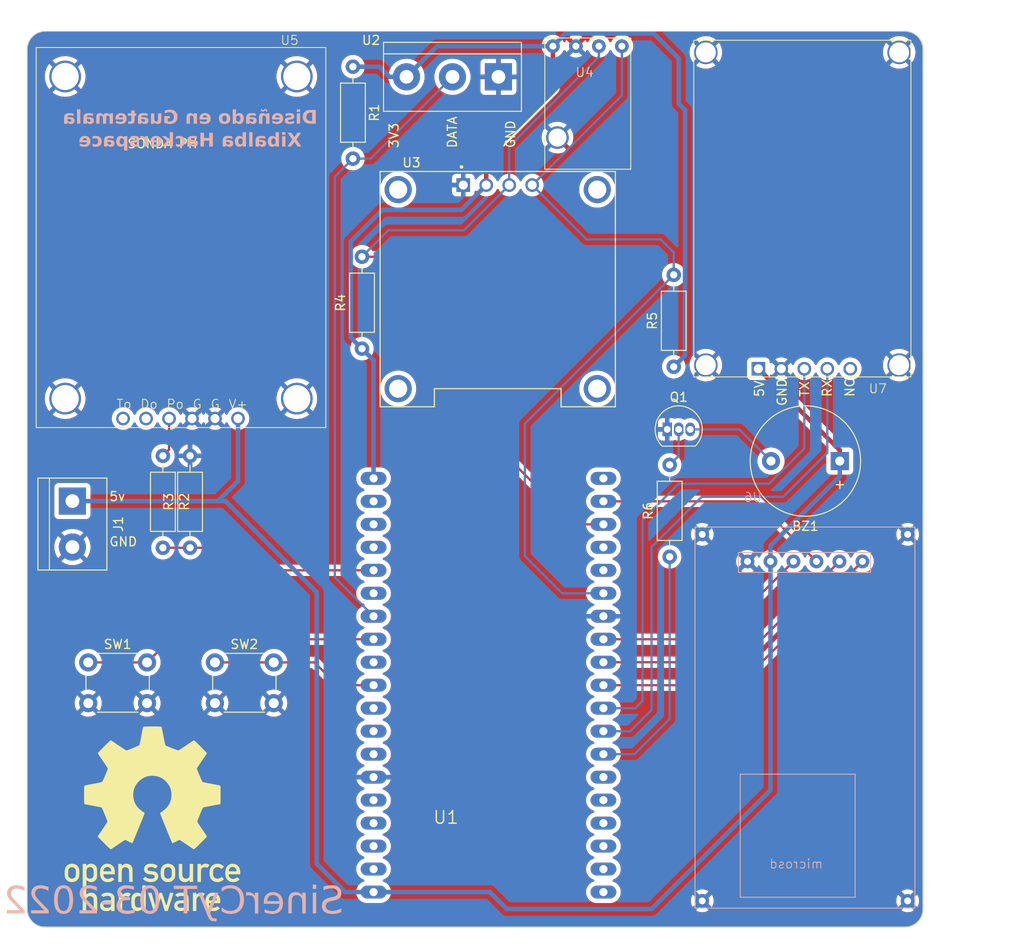
<source format=kicad_pcb>
(kicad_pcb (version 20221018) (generator pcbnew)
  (layers (0 "F.Cu" signal) (1 "In1.Cu" signal) (2 "In2.Cu" signal) (31 "B.Cu" signal) (34 "B.Paste" user) (35 "F.Paste" user) (36 "B.SilkS" user "B.Silkscreen") (37 "F.SilkS" user "F.Silkscreen") (38 "B.Mask" user) (39 "F.Mask" user) (44 "Edge.Cuts" user))
  (net 0 "")
  (net 1 "+3.3V")
  (net 2 "/TEMP_H2O")
  (net 3 "Net-(U5-Po)")
  (net 4 "/PH")
  (net 5 "GND")
  (net 6 "/SCL")
  (net 7 "/SDA")
  (net 8 "/RX2")
  (net 9 "/TX2")
  (net 12 "+5V")
  (net 14 "/PROCEED_BUTTON")
  (net 15 "/CANCEL_BUTTON")
  (net 16 "Net-(Q1-B)")
  (net 17 "Net-(BZ1--)")
  (net 18 "/buzzer")
  (net 19 "/MISO")
  (net 20 "/MOSI")
  (net 21 "/SCK")
  (net 22 "/CS")
  (footprint "Button_Switch_THT:SW_PUSH_6mm" (layer "F.Cu") (at 97.75 130.75)
    (fp_text reference "SW1")
    (fp_text value "SW_Push")
  )
  (footprint "Resistor_THT:R_Axial_DIN0207_L6.3mm_D2.5mm_P10.16mm_Horizontal" (layer "F.Cu") (at 162.45 98.08 90)
    (fp_text reference "R5")
    (fp_text value "4.7K")
  )
  (footprint "Resistor_THT:R_Axial_DIN0207_L6.3mm_D2.5mm_P10.16mm_Horizontal" (layer "F.Cu") (at 128 96.08 90)
    (fp_text reference "R4")
    (fp_text value "4.7K")
  )
  (footprint "Resistor_THT:R_Axial_DIN0207_L6.3mm_D2.5mm_P10.16mm_Horizontal" (layer "F.Cu") (at 162 119.08 90)
    (fp_text reference "R6")
    (fp_text value "10K")
  )
  (footprint "yeffrimic:GPS neo6vm" (layer "F.Cu") (at 182.26 103.8 180)
    (fp_text reference "U7")
    (fp_text value "GPS")
  )
  (footprint "yeffrimic:ph sensor" (layer "F.Cu") (at 101 57.8)
    (fp_text reference "U5")
    (fp_text value "PH 014")
  )
  (footprint "Buzzer_Beeper:Buzzer_12x9.5RM7.6" (layer "F.Cu") (at 180.8 108.5 180)
    (fp_text reference "BZ1")
    (fp_text value "Buzzer")
  )
  (footprint "TerminalBlock:TerminalBlock_bornier-2_P5.08mm" (layer "F.Cu") (at 96 112.92 -90)
    (fp_text reference "J1")
    (fp_text value "5V IN")
  )
  (footprint "TerminalBlock:TerminalBlock_bornier-3_P5.08mm" (layer "F.Cu") (at 143.08 66.04 180)
    (fp_text reference "U2")
    (fp_text value "DS18B20")
  )
  (footprint "Button_Switch_THT:SW_PUSH_6mm" (layer "F.Cu") (at 111.75 130.75)
    (fp_text reference "SW2")
    (fp_text value "SW_Push")
  )
  (footprint "Package_TO_SOT_THT:TO-92_Inline" (layer "F.Cu") (at 161.73 105)
    (fp_text reference "Q1")
    (fp_text value "2N3904")
  )
  (footprint "Resistor_THT:R_Axial_DIN0207_L6.3mm_D2.5mm_P10.16mm_Horizontal" (layer "F.Cu") (at 127 64.92 -90)
    (fp_text reference "R1")
    (fp_text value "10K")
  )
  (footprint "Resistor_THT:R_Axial_DIN0207_L6.3mm_D2.5mm_P10.16mm_Horizontal" (layer "F.Cu") (at 106 107.92 -90)
    (fp_text reference "R2")
    (fp_text value "330")
  )
  (footprint "yeffrimic:aht10" (layer "F.Cu") (at 159.6 67.851)
    (fp_text reference "U4")
    (fp_text value "AHT10")
  )
  (footprint "yeffrimic:MODULE_DM-OLED096-636" (layer "F.Cu") (at 143 89.5)
    (fp_text reference "U3")
    (fp_text value "OLED")
  )
  (footprint "Resistor_THT:R_Axial_DIN0207_L6.3mm_D2.5mm_P10.16mm_Horizontal" (layer "F.Cu") (at 109 118.08 90)
    (fp_text reference "R3")
    (fp_text value "1K")
  )
  (footprint "yeffrimic:NODEMCU32S" (layer "F.Cu") (at 143.25 132)
    (fp_text reference "U1")
    (fp_text value "NODEMCU32S")
  )
  (footprint "yeffrimic:MICRO SD MODULE" (layer "B.Cu") (at 181 123 180)
    (fp_text reference "U6")
    (fp_text value "MICRO SD MODULE")
  )
  (gr_poly (pts (xy 106.596489 152.993784) (xy 106.640048 152.996103) (xy 106.683151 153.000275) (xy 106.725528 153.006293) (xy 106.76691 153.014148) (xy 106.807028 153.023831) (xy 106.84561 153.035334) (xy 106.882387 153.048647) (xy 106.917089 153.063764) (xy 106.945265 153.078154) (xy 106.973545 153.09445) (xy 107.001789 153.112515) (xy 107.029857 153.132211) (xy 107.057612 153.1534) (xy 107.084914 153.175944) (xy 107.111623 153.199706) (xy 107.137602 153.224547) (xy 107.16271 153.250331) (xy 107.186809 153.276919) (xy 107.20976 153.304173) (xy 107.231424 153.331956) (xy 107.251661 153.360129) (xy 107.270333 153.388556) (xy 107.287301 153.417098) (xy 107.302425 153.445618) (xy 107.312174 153.465667) (xy 107.320795 153.484688) (xy 107.328358 153.503339) (xy 107.334931 153.522278) (xy 107.337867 153.532061) (xy 107.340582 153.542163) (xy 107.343084 153.552665) (xy 107.345381 153.563651) (xy 107.349396 153.587399) (xy 107.352697 153.614066) (xy 107.355352 153.644309) (xy 107.357429 153.678785) (xy 107.358998 153.718153) (xy 107.360128 153.76307) (xy 107.360887 153.814193) (xy 107.361343 153.87218) (xy 107.361626 154.011377) (xy 107.361345 154.151094) (xy 107.360125 154.260442) (xy 107.357403 154.344782) (xy 107.352616 154.409476) (xy 107.349272 154.436131) (xy 107.345201 154.459884) (xy 107.340331 154.481407) (xy 107.334593 154.501368) (xy 107.327917 154.520438) (xy 107.320231 154.539287) (xy 107.301549 154.579004) (xy 107.286421 154.607664) (xy 107.269609 154.636222) (xy 107.251237 154.664557) (xy 107.231427 154.692546) (xy 107.2103 154.720066) (xy 107.187978 154.746994) (xy 107.164585 154.773208) (xy 107.140241 154.798585) (xy 107.115068 154.823002) (xy 107.08919 154.846337) (xy 107.062727 154.868466) (xy 107.035802 154.889268) (xy 107.008536 154.908618) (xy 106.981053 154.926396) (xy 106.953474 154.942477) (xy 106.925921 154.956739) (xy 106.896871 154.969281) (xy 106.864258 154.980642) (xy 106.828578 154.990789) (xy 106.790325 154.99969) (xy 106.749993 155.007312) (xy 106.708075 155.013623) (xy 106.665068 155.018589) (xy 106.621464 155.022178) (xy 106.577759 155.024357) (xy 106.534447 155.025094) (xy 106.492021 155.024356) (xy 106.450977 155.022111) (xy 106.411809 155.018325) (xy 106.375011 155.012967) (xy 106.341078 155.006003) (xy 106.310503 154.9974) (xy 106.310708 154.997382) (xy 106.265095 154.981022) (xy 106.221075 154.962434) (xy 106.178699 154.941668) (xy 106.138019 154.918775) (xy 106.099085 154.893804) (xy 106.061949 154.866807) (xy 106.026662 154.837833) (xy 105.993274 154.806932) (xy 105.961837 154.774154) (xy 105.932402 154.739551) (xy 105.905019 154.703171) (xy 105.879741 154.665065) (xy 105.856618 154.625284) (xy 105.8357 154.583877) (xy 105.81704 154.540895) (xy 105.800689 154.496387) (xy 105.788697 154.45415) (xy 105.778333 154.404484) (xy 105.769595 154.348439) (xy 105.762479 154.287063) (xy 105.756983 154.221404) (xy 105.753104 154.15251) (xy 105.75084 154.081431) (xy 105.750208 154.011359) (xy 106.136507 154.011359) (xy 106.136928 154.103979) (xy 106.138419 154.179679) (xy 106.141324 154.241209) (xy 106.143413 154.26752) (xy 106.145984 154.291319) (xy 106.14908 154.312951) (xy 106.152743 154.332759) (xy 106.157017 154.351088) (xy 106.161943 154.36828) (xy 106.167566 154.38468) (xy 106.173928 154.400631) (xy 106.18904 154.432563) (xy 106.198303 154.449345) (xy 106.208499 154.465543) (xy 106.219587 154.481143) (xy 106.231528 154.496132) (xy 106.24428 154.510496) (xy 106.257802 154.524223) (xy 106.272054 154.537299) (xy 106.286996 154.549711) (xy 106.302586 154.561445) (xy 106.318784 154.572489) (xy 106.33555 154.582829) (xy 106.352842 154.592452) (xy 106.370619 154.601345) (xy 106.388842 154.609494) (xy 106.40747 154.616887) (xy 106.426462 154.62351) (xy 106.445776 154.629349) (xy 106.465373 154.634392) (xy 106.485212 154.638626) (xy 106.505253 154.642036) (xy 106.525453 154.644611) (xy 106.545774 154.646336) (xy 106.566174 154.647199) (xy 106.586612 154.647186) (xy 106.607048 154.646284) (xy 106.627442 154.644479) (xy 106.647751 154.64176) (xy 106.667937 154.638111) (xy 106.687958 154.633521) (xy 106.707773 154.627975) (xy 106.727342 154.621461) (xy 106.746624 154.613965) (xy 106.746621 154.613971) (xy 106.755678 154.609848) (xy 106.76523 154.604858) (xy 106.775196 154.599069) (xy 106.785493 154.592548) (xy 106.796042 154.585365) (xy 106.80676 154.577586) (xy 106.817565 154.569279) (xy 106.828378 154.560512) (xy 106.839115 154.551352) (xy 106.849697 154.541867) (xy 106.86004 154.532126) (xy 106.870065 154.522195) (xy 106.87969 154.512143) (xy 106.888833 154.502037) (xy 106.897413 154.491945) (xy 106.905349 154.481934) (xy 106.91826 154.464902) (xy 106.929566 154.449406) (xy 106.934649 154.442021) (xy 106.939371 154.434763) (xy 106.943744 154.427548) (xy 106.947783 154.420291) (xy 106.9515 154.412905) (xy 106.954908 154.405306) (xy 106.958022 154.397408) (xy 106.960854 154.389126) (xy 106.963418 154.380375) (xy 106.965727 154.371068) (xy 106.967795 154.361121) (xy 106.969634 154.350449) (xy 106.971259 154.338966) (xy 106.972682 154.326586) (xy 106.973917 154.313225) (xy 106.974977 154.298797) (xy 106.975875 154.283216) (xy 106.976626 154.266398) (xy 106.977735 154.228706) (xy 106.978413 154.185039) (xy 106.978764 154.134715) (xy 106.978917 154.011359) (xy 106.978764 153.888004) (xy 106.977735 153.794012) (xy 106.974977 153.723922) (xy 106.972682 153.696132) (xy 106.969634 153.672269) (xy 106.965727 153.65165) (xy 106.960854 153.633592) (xy 106.954908 153.617412) (xy 106.947783 153.602427) (xy 106.939371 153.587955) (xy 106.929566 153.573312) (xy 106.905349 153.540784) (xy 106.892827 153.525066) (xy 106.879826 153.510106) (xy 106.866365 153.495905) (xy 106.852459 153.482469) (xy 106.838126 153.4698) (xy 106.823385 153.457901) (xy 106.808253 153.446777) (xy 106.792747 153.436431) (xy 106.776884 153.426867) (xy 106.760683 153.418087) (xy 106.744161 153.410096) (xy 106.727334 153.402897) (xy 106.710222 153.396493) (xy 106.69284 153.390888) (xy 106.675208 153.386085) (xy 106.657342 153.382088) (xy 106.63926 153.378901) (xy 106.620979 153.376527) (xy 106.602516 153.374969) (xy 106.583891 153.374231) (xy 106.565119 153.374316) (xy 106.546218 153.375228) (xy 106.527207 153.376971) (xy 106.508102 153.379548) (xy 106.48892 153.382962) (xy 106.469681 153.387217) (xy 106.4504 153.392317) (xy 106.431096 153.398264) (xy 106.411785 153.405063) (xy 106.392487 153.412717) (xy 106.373217 153.421229) (xy 106.353994 153.430604) (xy 106.337567 153.439243) (xy 106.321951 153.447988) (xy 106.307128 153.456889) (xy 106.293079 153.465998) (xy 106.279784 153.475364) (xy 106.267224 153.48504) (xy 106.255381 153.495074) (xy 106.244235 153.505519) (xy 106.233768 153.516426) (xy 106.22396 153.527844) (xy 106.214792 153.539824) (xy 106.206246 153.552419) (xy 106.198302 153.565677) (xy 106.190942 153.579651) (xy 106.184145 153.59439) (xy 106.177894 153.609946) (xy 106.172169 153.62637) (xy 106.166951 153.643712) (xy 106.162222 153.662022) (xy 106.157961 153.681353) (xy 106.154151 153.701755) (xy 106.150772 153.723277) (xy 106.147805 153.745972) (xy 106.145231 153.769891) (xy 106.143031 153.795082) (xy 106.141186 153.821599) (xy 106.138485 153.878809) (xy 106.136976 153.941927) (xy 106.136507 154.011359) (xy 105.750208 154.011359) (xy 105.750189 154.009215) (xy 105.751146 153.93691) (xy 105.75371 153.865565) (xy 105.757878 153.796227) (xy 105.763648 153.729947) (xy 105.771016 153.667771) (xy 105.779981 153.610748) (xy 105.790539 153.559928) (xy 105.802688 153.516358) (xy 105.816653 153.478076) (xy 105.833221 153.440318) (xy 105.852259 153.403219) (xy 105.873634 153.366915) (xy 105.897213 153.331545) (xy 105.922862 153.297243) (xy 105.95045 153.264146) (xy 105.979842 153.23239) (xy 106.010907 153.202113) (xy 106.043511 153.173449) (xy 106.077521 153.146537) (xy 106.112804 153.121511) (xy 106.149228 153.098509) (xy 106.186659 153.077666) (xy 106.224965 153.05912) (xy 106.264013 153.043006) (xy 106.301498 153.030184) (xy 106.340688 153.019285) (xy 106.381311 153.0103) (xy 106.423098 153.003221) (xy 106.46578 152.998038) (xy 106.509085 152.994743) (xy 106.552745 152.993328)) (fill solid) (layer "F.SilkS"))
  (gr_poly (pts (xy 99.967623 152.999324) (xy 100.037781 153.009984) (xy 100.072431 153.017484) (xy 100.1067 153.026435) (xy 100.140515 153.036843) (xy 100.173805 153.048709) (xy 100.206495 153.062038) (xy 100.238516 153.076835) (xy 100.269794 153.093102) (xy 100.300258 153.110843) (xy 100.329834 153.130062) (xy 100.358452 153.150763) (xy 100.400326 153.184543) (xy 100.43908 153.219689) (xy 100.457304 153.237817) (xy 100.474771 153.256338) (xy 100.491486 153.27527) (xy 100.507457 153.29463) (xy 100.522691 153.314435) (xy 100.537196 153.334701) (xy 100.550979 153.355447) (xy 100.564046 153.37669) (xy 100.576406 153.398446) (xy 100.588065 153.420734) (xy 100.59903 153.443569) (xy 100.60931 153.46697) (xy 100.61891 153.490953) (xy 100.627839 153.515537) (xy 100.636103 153.540737) (xy 100.64371 153.566571) (xy 100.656981 153.620212) (xy 100.66771 153.676597) (xy 100.675954 153.735862) (xy 100.68177 153.798147) (xy 100.685218 153.863589) (xy 100.686355 153.932325) (xy 100.686355 154.164527) (xy 99.4355 154.164527) (xy 99.435643 154.221961) (xy 99.436805 154.2538) (xy 99.440081 154.284812) (xy 99.445397 154.314954) (xy 99.452679 154.344185) (xy 99.46185 154.372463) (xy 99.472837 154.399745) (xy 99.485563 154.42599) (xy 99.499955 154.451156) (xy 99.515936 154.4752) (xy 99.533433 154.498081) (xy 99.552369 154.519756) (xy 99.572671 154.540184) (xy 99.594262 154.559323) (xy 99.617068 154.577129) (xy 99.641014 154.593563) (xy 99.666025 154.608581) (xy 99.692026 154.622141) (xy 99.718942 154.634201) (xy 99.746698 154.64472) (xy 99.775218 154.653655) (xy 99.804428 154.660965) (xy 99.834253 154.666607) (xy 99.864618 154.670539) (xy 99.895448 154.67272) (xy 99.926667 154.673106) (xy 99.958202 154.671657) (xy 99.989976 154.668331) (xy 100.021914 154.663084) (xy 100.053943 154.655875) (xy 100.085986 154.646663) (xy 100.117968 154.635405) (xy 100.149816 154.622059) (xy 100.173707 154.610808) (xy 100.19775 154.598725) (xy 100.221294 154.586188) (xy 100.243686 154.573575) (xy 100.264276 154.561263) (xy 100.282411 154.54963) (xy 100.297439 154.539052) (xy 100.303584 154.534277) (xy 100.308709 154.529908) (xy 100.313305 154.525841) (xy 100.317766 154.522112) (xy 100.322126 154.518736) (xy 100.32642 154.51573) (xy 100.330681 154.513109) (xy 100.334943 154.510888) (xy 100.339241 154.509085) (xy 100.343608 154.507714) (xy 100.348078 154.506791) (xy 100.352685 154.506332) (xy 100.357464 154.506354) (xy 100.362448 154.506871) (xy 100.367671 154.5079) (xy 100.373167 154.509456) (xy 100.37897 154.511556) (xy 100.385115 154.514215) (xy 100.391635 154.517448) (xy 100.398564 154.521273) (xy 100.405937 154.525704) (xy 100.413786 154.530757) (xy 100.422147 154.536448) (xy 100.431053 154.542794) (xy 100.440538 154.549809) (xy 100.450636 154.55751) (xy 100.472808 154.575032) (xy 100.497841 154.595486) (xy 100.526006 154.618999) (xy 100.557576 154.645698) (xy 100.645784 154.720606) (xy 100.559523 154.793567) (xy 100.536245 154.812929) (xy 100.513482 154.831181) (xy 100.49115 154.848373) (xy 100.469167 154.86455) (xy 100.44745 154.879759) (xy 100.425918 154.894049) (xy 100.404486 154.907465) (xy 100.383073 154.920055) (xy 100.361596 154.931866) (xy 100.339972 154.942944) (xy 100.318118 154.953338) (xy 100.295953 154.963093) (xy 100.273393 154.972258) (xy 100.250355 154.980878) (xy 100.226757 154.989001) (xy 100.202517 154.996674) (xy 100.177915 155.003264) (xy 100.150213 155.009121) (xy 100.119839 155.014237) (xy 100.087226 155.018601) (xy 100.052805 155.022203) (xy 100.017005 155.025033) (xy 99.980259 155.027082) (xy 99.942996 155.028339) (xy 99.905648 155.028795) (xy 99.868645 155.02844) (xy 99.832419 155.027263) (xy 99.7974 155.025256) (xy 99.764019 155.022407) (xy 99.732707 155.018708) (xy 99.703895 155.014147) (xy 99.678014 155.008716) (xy 99.678011 155.00871) (xy 99.640389 154.998748) (xy 99.603883 154.987336) (xy 99.568499 154.974482) (xy 99.534241 154.960195) (xy 99.501115 154.944483) (xy 99.469126 154.927354) (xy 99.438279 154.908816) (xy 99.408579 154.888878) (xy 99.380031 154.867546) (xy 99.352641 154.844831) (xy 99.326412 154.820739) (xy 99.301352 154.795279) (xy 99.277464 154.768459) (xy 99.254753 154.740288) (xy 99.233226 154.710773) (xy 99.212887 154.679922) (xy 99.19374 154.647744) (xy 99.175792 154.614248) (xy 99.159047 154.57944) (xy 99.143511 154.543329) (xy 99.129188 154.505924) (xy 99.116083 154.467233) (xy 99.104203 154.427263) (xy 99.093551 154.386023) (xy 99.084134 154.343521) (xy 99.075955 154.299766) (xy 99.069021 154.254764) (xy 99.063336 154.208526) (xy 99.058905 154.161058) (xy 99.055734 154.112368) (xy 99.053828 154.062466) (xy 99.053191 154.011359) (xy 99.054186 153.943609) (xy 99.057187 153.87854) (xy 99.060885 153.83266) (xy 99.4355 153.83266) (xy 100.303438 153.83266) (xy 100.303438 153.773853) (xy 100.303099 153.767187) (xy 100.302105 153.759371) (xy 100.300488 153.750505) (xy 100.298283 153.740685) (xy 100.295523 153.730009) (xy 100.292241 153.718574) (xy 100.288471 153.706478) (xy 100.284247 153.693818) (xy 100.279601 153.680692) (xy 100.274568 153.667197) (xy 100.263473 153.639491) (xy 100.257478 153.625475) (xy 100.25123 153.611479) (xy 100.244761 153.597603) (xy 100.238106 153.583942) (xy 100.227386 153.563584) (xy 100.215968 153.544106) (xy 100.203876 153.525516) (xy 100.191131 153.507821) (xy 100.177758 153.491027) (xy 100.16378 153.475143) (xy 100.149221 153.460175) (xy 100.134102 153.44613) (xy 100.118449 153.433017) (xy 100.102284 153.420843) (xy 100.08563 153.409613) (xy 100.068511 153.399337) (xy 100.05095 153.39002) (xy 100.03297 153.381671) (xy 100.014594 153.374296) (xy 99.995847 153.367904) (xy 99.97675 153.3625) (xy 99.957328 153.358093) (xy 99.937604 153.354689) (xy 99.917601 153.352296) (xy 99.897341 153.350921) (xy 99.87685 153.350572) (xy 99.856149 153.351255) (xy 99.835263 153.352979) (xy 99.814214 153.355749) (xy 99.793026 153.359574) (xy 99.771721 153.36446) (xy 99.750324 153.370416) (xy 99.728858 153.377448) (xy 99.707345 153.385563) (xy 99.68581 153.394769) (xy 99.664275 153.405073) (xy 99.652659 153.411249) (xy 99.641177 153.417985) (xy 99.629845 153.425256) (xy 99.618679 153.433039) (xy 99.607693 153.441309) (xy 99.596904 153.450043) (xy 99.586326 153.459216) (xy 99.575975 153.468806) (xy 99.556014 153.489135) (xy 99.537145 153.510841) (xy 99.519491 153.533732) (xy 99.503173 153.557615) (xy 99.488315 153.582301) (xy 99.47504 153.607598) (xy 99.46347 153.633314) (xy 99.453728 153.659258) (xy 99.449581 153.672255) (xy 99.445938 153.685238) (xy 99.442812 153.698182) (xy 99.440221 153.711064) (xy 99.438178 153.72386) (xy 99.436701 153.736544) (xy 99.435803 153.749095) (xy 99.4355 153.761487) (xy 99.4355 153.83266) (xy 99.060885 153.83266) (xy 99.062222 153.816073) (xy 99.069318 153.756128) (xy 99.078501 153.698625) (xy 99.089797 153.643487) (xy 99.103234 153.590633) (xy 99.118839 153.539984) (xy 99.136637 153.491461) (xy 99.156656 153.444985) (xy 99.178922 153.400476) (xy 99.203462 153.357855) (xy 99.230303 153.317044) (xy 99.259472 153.277962) (xy 99.290995 153.24053) (xy 99.324898 153.20467) (xy 99.349695 153.181182) (xy 99.375698 153.159064) (xy 99.402834 153.138319) (xy 99.431031 153.11895) (xy 99.460217 153.100961) (xy 99.490319 153.084357) (xy 99.521267 153.06914) (xy 99.552987 153.055315) (xy 99.585407 153.042885) (xy 99.618455 153.031854) (xy 99.65206 153.022226) (xy 99.686149 153.014005) (xy 99.755489 153.001797) (xy 99.8259 152.995261) (xy 99.896803 152.994427)) (fill solid) (layer "F.SilkS"))
  (gr_poly (pts (xy 99.889449 156.184972) (xy 99.911821 156.18595) (xy 99.934553 156.187617) (xy 99.957939 156.189982) (xy 99.982273 156.193053) (xy 100.007849 156.196839) (xy 100.034961 156.201348) (xy 100.094967 156.212568) (xy 100.14251 156.222658) (xy 100.187266 156.233678) (xy 100.229345 156.245698) (xy 100.268855 156.258789) (xy 100.305908 156.273022) (xy 100.340613 156.288467) (xy 100.37308 156.305194) (xy 100.40342 156.323274) (xy 100.431742 156.342777) (xy 100.458157 156.363775) (xy 100.482774 156.386337) (xy 100.505703 156.410534) (xy 100.527055 156.436436) (xy 100.54694 156.464114) (xy 100.565467 156.493638) (xy 100.582747 156.52508) (xy 100.648064 156.651941) (xy 100.663585 158.223438) (xy 100.277947 158.223438) (xy 100.277947 158.134089) (xy 100.277672 158.115953) (xy 100.276824 158.099996) (xy 100.275372 158.086206) (xy 100.274408 158.080119) (xy 100.273281 158.074569) (xy 100.271986 158.069553) (xy 100.27052 158.065072) (xy 100.268877 158.061122) (xy 100.267055 158.057702) (xy 100.265048 158.054811) (xy 100.262853 158.052447) (xy 100.260465 158.050608) (xy 100.257881 158.049293) (xy 100.255097 158.0485) (xy 100.252107 158.048228) (xy 100.248909 158.048475) (xy 100.245498 158.049239) (xy 100.24187 158.050519) (xy 100.238021 158.052312) (xy 100.233947 158.054619) (xy 100.229643 158.057436) (xy 100.225105 158.060762) (xy 100.22033 158.064596) (xy 100.210051 158.07378) (xy 100.198773 158.084976) (xy 100.186461 158.098169) (xy 100.18128 158.103745) (xy 100.175741 158.109434) (xy 100.169893 158.115197) (xy 100.163787 158.120991) (xy 100.157473 158.126777) (xy 100.151002 158.132512) (xy 100.137785 158.143668) (xy 100.131141 158.149006) (xy 100.12454 158.15413) (xy 100.118032 158.158999) (xy 100.111666 158.163571) (xy 100.105494 158.167805) (xy 100.099566 158.17166) (xy 100.093931 158.175096) (xy 100.08864 158.178071) (xy 100.07244 158.18549) (xy 100.052721 158.192398) (xy 100.029844 158.198764) (xy 100.004164 158.204558) (xy 99.976042 158.20975) (xy 99.945835 158.21431) (xy 99.9139 158.218208) (xy 99.880598 158.221413) (xy 99.846285 158.223896) (xy 99.81132 158.225626) (xy 99.776061 158.226573) (xy 99.740866 158.226707) (xy 99.706094 158.225999) (xy 99.672102 158.224417) (xy 99.639249 158.221931) (xy 99.607894 158.218512) (xy 99.60786 158.218488) (xy 99.550509 158.209225) (xy 99.495909 158.196483) (xy 99.444135 158.180331) (xy 99.41933 158.170999) (xy 99.395258 158.160841) (xy 99.371929 158.149865) (xy 99.349351 158.138081) (xy 99.327534 158.125498) (xy 99.306487 158.112123) (xy 99.286219 158.097966) (xy 99.266739 158.083035) (xy 99.248056 158.067339) (xy 99.230179 158.050888) (xy 99.213117 158.033689) (xy 99.196879 158.015751) (xy 99.181475 157.997084) (xy 99.166913 157.977696) (xy 99.153203 157.957595) (xy 99.140353 157.936791) (xy 99.128373 157.915292) (xy 99.117272 157.893106) (xy 99.107058 157.870244) (xy 99.097742 157.846713) (xy 99.089331 157.822522) (xy 99.081836 157.797679) (xy 99.075265 157.772195) (xy 99.069627 157.746077) (xy 99.064931 157.719334) (xy 99.061187 157.691974) (xy 99.058199 157.659982) (xy 99.056845 157.628476) (xy 99.05701 157.610207) (xy 99.418737 157.610207) (xy 99.419304 157.624631) (xy 99.420894 157.639045) (xy 99.42351 157.653409) (xy 99.427154 157.667687) (xy 99.431828 157.68184) (xy 99.437536 157.695831) (xy 99.44428 157.70962) (xy 99.452063 157.72317) (xy 99.460886 157.736443) (xy 99.470753 157.749402) (xy 99.481666 157.762007) (xy 99.493627 157.774221) (xy 99.50664 157.786006) (xy 99.520707 157.797324) (xy 99.53583 157.808136) (xy 99.54916 157.816834) (xy 99.562134 157.824645) (xy 99.574984 157.831614) (xy 99.587946 157.837785) (xy 99.601254 157.843204) (xy 99.615142 157.847916) (xy 99.629844 157.851966) (xy 99.645595 157.855398) (xy 99.662629 157.858258) (xy 99.681181 157.860591) (xy 99.701484 157.862442) (xy 99.723774 157.863855) (xy 99.748284 157.864876) (xy 99.775249 157.86555) (xy 99.804903 157.865921) (xy 99.837481 157.866034) (xy 99.88976 157.865405) (xy 99.937758 157.86351) (xy 99.981541 157.860341) (xy 100.021177 157.855887) (xy 100.056732 157.850141) (xy 100.073 157.84678) (xy 100.088273 157.843092) (xy 100.102559 157.839076) (xy 100.115867 157.834731) (xy 100.128205 157.830056) (xy 100.13958 157.825049) (xy 100.139577 157.825049) (xy 100.148599 157.820528) (xy 100.157283 157.815681) (xy 100.165633 157.810501) (xy 100.173653 157.804977) (xy 100.181346 157.799103) (xy 100.188715 157.79287) (xy 100.195764 157.786268) (xy 100.202496 157.77929) (xy 100.208915 157.771927) (xy 100.215023 157.76417) (xy 100.220825 157.756011) (xy 100.226323 157.747442) (xy 100.231521 157.738453) (xy 100.236423 157.729037) (xy 100.241031 157.719185) (xy 100.24535 157.708889) (xy 100.249381 157.698139) (xy 100.25313 157.686928) (xy 100.256599 157.675247) (xy 100.259791 157.663087) (xy 100.262711 157.65044) (xy 100.265361 157.637297) (xy 100.267744 157.62365) (xy 100.269865 157.609491) (xy 100.271726 157.59481) (xy 100.273331 157.5796) (xy 100.275786 157.547557) (xy 100.277256 157.513293) (xy 100.27777 157.47674) (xy 100.277913 157.355481) (xy 99.9652 157.355524) (xy 99.880017 157.356009) (xy 99.808259 157.357568) (xy 99.748203 157.360393) (xy 99.698126 157.364674) (xy 99.676292 157.367421) (xy 99.656307 157.370604) (xy 99.637956 157.374247) (xy 99.621023 157.378373) (xy 99.605294 157.383007) (xy 99.590552 157.388173) (xy 99.576583 157.393895) (xy 99.56317 157.400196) (xy 99.546734 157.408985) (xy 99.531277 157.418409) (xy 99.516803 157.428432) (xy 99.503313 157.439014) (xy 99.490811 157.450117) (xy 99.4793 157.461705) (xy 99.46878 157.473737) (xy 99.459256 157.486178) (xy 99.450729 157.498988) (xy 99.443203 157.512129) (xy 99.436679 157.525564) (xy 99.43116 157.539255) (xy 99.42665 157.553162) (xy 99.42315 157.567249) (xy 99.420662 157.581478) (xy 99.419191 157.59581) (xy 99.418737 157.610207) (xy 99.05701 157.610207) (xy 99.057124 157.597459) (xy 99.059035 157.566935) (xy 99.062576 157.536906) (xy 99.067747 157.507376) (xy 99.074547 157.478348) (xy 99.082974 157.449824) (xy 99.093029 157.421809) (xy 99.104708 157.394304) (xy 99.118013 157.367314) (xy 99.132942 157.34084) (xy 99.149493 157.314887) (xy 99.167666 157.289457) (xy 99.18746 157.264554) (xy 99.208873 157.24018) (xy 99.236299 157.211567) (xy 99.263418 157.18586) (xy 99.277031 157.17405) (xy 99.29077 157.162911) (xy 99.304701 157.152426) (xy 99.318891 157.142575) (xy 99.333409 157.133342) (xy 99.348322 157.124706) (xy 99.363695 157.116651) (xy 99.379598 157.109158) (xy 99.396097 157.102208) (xy 99.41326 157.095784) (xy 99.431153 157.089867) (xy 99.449844 157.084438) (xy 99.4694 157.07948) (xy 99.489889 157.074974) (xy 99.511377 157.070903) (xy 99.533933 157.067247) (xy 99.557622 157.063988) (xy 99.582514 157.061109) (xy 99.63617 157.056415) (xy 99.69544 157.053018) (xy 99.760861 157.050773) (xy 99.832971 157.049533) (xy 99.91231 157.049152) (xy 100.277913 157.049152) (xy 100.277913 156.910413) (xy 100.276855 156.860274) (xy 100.273525 156.814787) (xy 100.270935 156.793726) (xy 100.267689 156.773753) (xy 100.263757 156.754845) (xy 100.259111 156.736977) (xy 100.25372 156.720122) (xy 100.247557 156.704258) (xy 100.24059 156.689359) (xy 100.232792 156.675401) (xy 100.224133 156.662359) (xy 100.214583 156.650207) (xy 100.204113 156.638923) (xy 100.192695 156.628479) (xy 100.180297 156.618853) (xy 100.166892 156.61002) (xy 100.15245 156.601954) (xy 100.136941 156.59463) (xy 100.120336 156.588025) (xy 100.102606 156.582114) (xy 100.083722 156.576871) (xy 100.063654 156.572273) (xy 100.042373 156.568294) (xy 100.01985 156.564909) (xy 99.970959 156.559825) (xy 99.916747 156.556824) (xy 99.856978 156.555707) (xy 99.819219 156.556088) (xy 99.782907 156.557511) (xy 99.74814 156.559946) (xy 99.715014 156.563364) (xy 99.683627 156.567734) (xy 99.654077 156.573028) (xy 99.626461 156.579215) (xy 99.600875 156.586266) (xy 99.577418 156.594151) (xy 99.556186 156.602841) (xy 99.537277 156.612305) (xy 99.520788 156.622514) (xy 99.506816 156.633439) (xy 99.495459 156.64505) (xy 99.486813 156.657316) (xy 99.483538 156.663686) (xy 99.480977 156.670209) (xy 99.479231 156.672372) (xy 99.475945 156.673261) (xy 99.471224 156.672947) (xy 99.465172 156.671503) (xy 99.449494 156.665511) (xy 99.429749 156.655858) (xy 99.406773 156.643121) (xy 99.381405 156.627873) (xy 99.35448 156.610689) (xy 99.326835 156.592143) (xy 99.299309 156.572811) (xy 99.272737 156.553266) (xy 99.247956 156.534085) (xy 99.225804 156.51584) (xy 99.207118 156.499108) (xy 99.192735 156.484461) (xy 99.187418 156.4781) (xy 99.183491 156.472476) (xy 99.181058 156.467661) (xy 99.180224 156.463727) (xy 99.180618 156.460619) (xy 99.18178 156.457034) (xy 99.183675 156.453004) (xy 99.186268 156.448555) (xy 99.189527 156.443718) (xy 99.193416 156.438521) (xy 99.20295 156.427166) (xy 99.214599 156.414721) (xy 99.228091 156.401419) (xy 99.243152 156.387493) (xy 99.259511 156.373174) (xy 99.276894 156.358696) (xy 99.295031 156.34429) (xy 99.313648 156.330189) (xy 99.332473 156.316626) (xy 99.351235 156.303832) (xy 99.369659 156.292041) (xy 99.387475 156.281484) (xy 99.404409 156.272394) (xy 99.413981 156.267938) (xy 99.425321 156.263309) (xy 99.438283 156.258545) (xy 99.452721 156.253682) (xy 99.485445 156.243806) (xy 99.522328 156.233974) (xy 99.562207 156.224481) (xy 99.603918 156.215619) (xy 99.646297 156.207683) (xy 99.68818 156.200965) (xy 99.746327 156.193115) (xy 99.772708 156.190132) (xy 99.797687 156.187788) (xy 99.821556 156.186092) (xy 99.844611 156.185052) (xy 99.867144 156.184676)) (fill solid) (layer "F.SilkS"))
  (gr_poly (pts (xy 110.292384 156.194376) (xy 110.335295 156.199286) (xy 110.377669 156.207157) (xy 110.419326 156.218036) (xy 110.447117 156.226856) (xy 110.47494 156.236544) (xy 110.502051 156.246782) (xy 110.527705 156.257257) (xy 110.551158 156.267651) (xy 110.571665 156.277648) (xy 110.588482 156.286934) (xy 110.595273 156.291211) (xy 110.600863 156.295191) (xy 110.605012 156.298431) (xy 110.608856 156.301551) (xy 110.612382 156.304583) (xy 110.615576 156.307557) (xy 110.618424 156.310505) (xy 110.620914 156.313459) (xy 110.623032 156.316452) (xy 110.623947 156.317972) (xy 110.624764 156.319514) (xy 110.625482 156.321081) (xy 110.626098 156.322677) (xy 110.626611 156.324306) (xy 110.627019 156.325973) (xy 110.627321 156.32768) (xy 110.627515 156.329433) (xy 110.627599 156.331235) (xy 110.627571 156.33309) (xy 110.627431 156.335001) (xy 110.627176 156.336974) (xy 110.626804 156.339012) (xy 110.626314 156.341118) (xy 110.625705 156.343297) (xy 110.624974 156.345553) (xy 110.62314 156.350311) (xy 110.620801 156.355424) (xy 110.617943 156.360922) (xy 110.614552 156.366839) (xy 110.610615 156.373205) (xy 110.606119 156.380052) (xy 110.601049 156.387413) (xy 110.595394 156.395317) (xy 110.589139 156.403799) (xy 110.582271 156.412887) (xy 110.574777 156.422616) (xy 110.557855 156.444118) (xy 110.538268 156.468559) (xy 110.515908 156.496192) (xy 110.382872 156.660163) (xy 110.260875 156.608619) (xy 110.241552 156.60096) (xy 110.222184 156.594278) (xy 110.202799 156.588564) (xy 110.18342 156.583808) (xy 110.164075 156.580001) (xy 110.144788 156.577134) (xy 110.125586 156.575195) (xy 110.106493 156.574177) (xy 110.087536 156.574069) (xy 110.06874 156.574861) (xy 110.05013 156.576545) (xy 110.031732 156.579111) (xy 110.013572 156.582548) (xy 109.995676 156.586848) (xy 109.978068 156.592) (xy 109.960775 156.597996) (xy 109.943822 156.604826) (xy 109.927235 156.612479) (xy 109.911039 156.620947) (xy 109.89526 156.63022) (xy 109.879923 156.640289) (xy 109.865055 156.651142) (xy 109.85068 156.662773) (xy 109.836824 156.675169) (xy 109.823513 156.688323) (xy 109.810773 156.702224) (xy 109.798629 156.716863) (xy 109.787106 156.73223) (xy 109.776231 156.748315) (xy 109.766028 156.76511) (xy 109.756524 156.782604) (xy 109.747744 156.800788) (xy 109.739907 156.818918) (xy 109.732941 156.837314) (xy 109.726795 156.856767) (xy 109.721417 156.87807) (xy 109.716757 156.902013) (xy 109.712763 156.929388) (xy 109.709383 156.960987) (xy 109.706567 156.997603) (xy 109.704263 157.040025) (xy 109.70242 157.089047) (xy 109.700987 157.145459) (xy 109.699912 157.210053) (xy 109.698632 157.366957) (xy 109.698171 157.566089) (xy 109.697771 158.223432) (xy 109.314855 158.223432) (xy 109.314693 157.215076) (xy 109.314693 156.206739) (xy 109.697609 156.206739) (xy 109.697609 156.446039) (xy 109.767809 156.379731) (xy 109.801275 156.350208) (xy 109.83655 156.323065) (xy 109.873454 156.298347) (xy 109.911807 156.276098) (xy 109.951428 156.256364) (xy 109.992136 156.239188) (xy 110.033751 156.224617) (xy 110.076093 156.212694) (xy 110.118981 156.203464) (xy 110.162235 156.196973) (xy 110.205674 156.193264) (xy 110.249117 156.192384)) (fill solid) (layer "F.SilkS"))
  (gr_poly (pts (xy 111.570782 156.196241) (xy 111.623189 156.201645) (xy 111.675235 156.210286) (xy 111.72672 156.222135) (xy 111.777442 156.237167) (xy 111.827199 156.255354) (xy 111.87579 156.276669) (xy 111.923013 156.301085) (xy 111.968667 156.328575) (xy 112.012551 156.359111) (xy 112.054463 156.392667) (xy 112.094201 156.429216) (xy 112.131563 156.46873) (xy 112.16635 156.511182) (xy 112.198358 156.556546) (xy 112.227386 156.604794) (xy 112.253233 156.655898) (xy 112.275698 156.709833) (xy 112.282654 156.729176) (xy 112.289017 156.748487) (xy 112.294807 156.76792) (xy 112.300043 156.787627) (xy 112.304745 156.807761) (xy 112.308933 156.828475) (xy 112.312627 156.849923) (xy 112.315848 156.872256) (xy 112.318615 156.895628) (xy 112.320949 156.920192) (xy 112.322868 156.9461) (xy 112.324394 156.973506) (xy 112.325546 157.002562) (xy 112.326344 157.033421) (xy 112.326958 157.10116) (xy 112.326958 157.355481) (xy 111.076104 157.355481) (xy 111.076503 157.425684) (xy 111.077014 157.440665) (xy 111.078304 157.455844) (xy 111.083134 157.486665) (xy 111.090806 157.51788) (xy 111.101136 157.549226) (xy 111.113937 157.580435) (xy 111.129025 157.611243) (xy 111.146212 157.641384) (xy 111.165315 157.670592) (xy 111.186147 157.698602) (xy 111.208522 157.725148) (xy 111.232255 157.749964) (xy 111.25716 157.772785) (xy 111.283052 157.793346) (xy 111.309745 157.81138) (xy 111.337053 157.826622) (xy 111.35088 157.833113) (xy 111.364791 157.838807) (xy 111.397909 157.849364) (xy 111.43377 157.857148) (xy 111.471923 157.862246) (xy 111.511921 157.864743) (xy 111.553315 157.864725) (xy 111.595654 157.862276) (xy 111.638491 157.857484) (xy 111.681377 157.850432) (xy 111.723862 157.841208) (xy 111.765498 157.829896) (xy 111.805836 157.816582) (xy 111.844426 157.801352) (xy 111.880821 157.784291) (xy 111.91457 157.765485) (xy 111.945225 157.74502) (xy 111.972338 157.72298) (xy 111.976234 157.719641) (xy 111.980154 157.716685) (xy 111.984131 157.714134) (xy 111.988199 157.712007) (xy 111.992389 157.710325) (xy 111.996737 157.70911) (xy 112.001274 157.70838) (xy 112.006035 157.708156) (xy 112.011052 157.70846) (xy 112.01636 157.70931) (xy 112.02199 157.710729) (xy 112.027978 157.712735) (xy 112.034355 157.71535) (xy 112.041155 157.718594) (xy 112.048412 157.722487) (xy 112.056158 157.727051) (xy 112.064428 157.732304) (xy 112.073254 157.738268) (xy 112.082669 157.744963) (xy 112.092707 157.752409) (xy 112.103402 157.760627) (xy 112.114786 157.769638) (xy 112.126893 157.779461) (xy 112.139757 157.790118) (xy 112.167885 157.814012) (xy 112.199437 157.841484) (xy 112.234679 157.872696) (xy 112.273879 157.907813) (xy 112.27567 157.91025) (xy 112.276398 157.913331) (xy 112.276104 157.91702) (xy 112.274828 157.921283) (xy 112.272612 157.926086) (xy 112.269496 157.931394) (xy 112.265522 157.937172) (xy 112.26073 157.943386) (xy 112.248858 157.956984) (xy 112.234206 157.971909) (xy 112.217102 157.987887) (xy 112.197875 158.004639) (xy 112.17685 158.02189) (xy 112.154355 158.039362) (xy 112.130719 158.05678) (xy 112.106268 158.073866) (xy 112.08133 158.090344) (xy 112.056233 158.105937) (xy 112.031303 158.120369) (xy 112.006868 158.133362) (xy 111.976269 158.147961) (xy 111.94456 158.161373) (xy 111.911815 158.173587) (xy 111.878111 158.184593) (xy 111.843522 158.194378) (xy 111.808122 158.202933) (xy 111.771988 158.210246) (xy 111.735194 158.216306) (xy 111.697814 158.221103) (xy 111.659925 158.224624) (xy 111.621601 158.226861) (xy 111.582916 158.2278) (xy 111.543946 158.227432) (xy 111.504766 158.225745) (xy 111.465451 158.222729) (xy 111.426076 158.218372) (xy 111.426235 158.218372) (xy 111.39029 158.213193) (xy 111.355344 158.206964) (xy 111.321381 158.19968) (xy 111.288386 158.191333) (xy 111.256342 158.181914) (xy 111.225233 158.171418) (xy 111.195043 158.159835) (xy 111.165755 158.147159) (xy 111.137354 158.133383) (xy 111.109822 158.118499) (xy 111.083146 158.102499) (xy 111.057307 158.085376) (xy 111.03229 158.067122) (xy 111.008078 158.047731) (xy 110.984656 158.027195) (xy 110.962008 158.005506) (xy 110.933171 157.974603) (xy 110.905946 157.941268) (xy 110.88034 157.905645) (xy 110.856361 157.867878) (xy 110.834018 157.828109) (xy 110.813319 157.786482) (xy 110.776884 157.69823) (xy 110.74712 157.604267) (xy 110.724092 157.505741) (xy 110.707865 157.4038) (xy 110.698503 157.299592) (xy 110.69607 157.194263) (xy 110.700632 157.088961) (xy 110.712253 156.984833) (xy 110.712515 156.983413) (xy 111.075399 156.983413) (xy 111.075882 156.992314) (xy 111.077426 157.000378) (xy 111.08012 157.007647) (xy 111.084051 157.014162) (xy 111.089306 157.019963) (xy 111.095972 157.025092) (xy 111.104138 157.029589) (xy 111.11389 157.033496) (xy 111.125317 157.036853) (xy 111.138505 157.039702) (xy 111.153543 157.042084) (xy 111.170517 157.044039) (xy 111.189515 157.045609) (xy 111.210625 157.046835) (xy 111.233934 157.047758) (xy 111.287499 157.048857) (xy 111.35091 157.049237) (xy 111.51007 157.049146) (xy 111.944042 157.049146) (xy 111.944042 156.967859) (xy 111.943768 156.959012) (xy 111.942962 156.949301) (xy 111.941654 156.938825) (xy 111.939869 156.92768) (xy 111.937635 156.915964) (xy 111.934978 156.903775) (xy 111.931927 156.891211) (xy 111.928508 156.87837) (xy 111.924748 156.865348) (xy 111.920675 156.852244) (xy 111.916316 156.839156) (xy 111.911697 156.82618) (xy 111.906846 156.813416) (xy 111.901791 156.800959) (xy 111.896557 156.788909) (xy 111.891173 156.777363) (xy 111.874855 156.746923) (xy 111.856573 156.71876) (xy 111.836471 156.692858) (xy 111.814692 156.669203) (xy 111.791378 156.647779) (xy 111.766673 156.628573) (xy 111.74072 156.61157) (xy 111.713661 156.596753) (xy 111.68564 156.58411) (xy 111.656799 156.573624) (xy 111.627282 156.565281) (xy 111.597232 156.559067) (xy 111.566791 156.554966) (xy 111.536102 156.552963) (xy 111.50531 156.553044) (xy 111.474555 156.555195) (xy 111.443982 156.559399) (xy 111.413734 156.565643) (xy 111.383953 156.573911) (xy 111.354783 156.584189) (xy 111.326366 156.596461) (xy 111.298846 156.610714) (xy 111.272365 156.626932) (xy 111.247066 156.645101) (xy 111.223093 156.665205) (xy 111.200588 156.68723) (xy 111.179694 156.711161) (xy 111.160555 156.736983) (xy 111.143314 156.764682) (xy 111.128112 156.794242) (xy 111.115094 156.825649) (xy 111.104403 156.858887) (xy 111.085851 156.924922) (xy 111.079447 156.951279) (xy 111.077269 156.962937) (xy 111.075891 156.973634) (xy 111.075399 156.983413) (xy 110.712515 156.983413) (xy 110.730998 156.883028) (xy 110.75693 156.784691) (xy 110.772612 156.737183) (xy 110.790116 156.690972) (xy 110.809448 156.646202) (xy 110.830618 156.603017) (xy 110.853633 156.561559) (xy 110.878502 156.521973) (xy 110.912129 156.47558) (xy 110.948418 156.432829) (xy 110.987169 156.393695) (xy 111.028178 156.358149) (xy 111.071246 156.326164) (xy 111.11617 156.297714) (xy 111.16275 156.272771) (xy 111.210782 156.251309) (xy 111.260067 156.233299) (xy 111.310402 156.218716) (xy 111.361586 156.207531) (xy 111.413418 156.199719) (xy 111.465696 156.195251) (xy 111.518218 156.194101)) (fill solid) (layer "F.SilkS"))
  (gr_poly (pts (xy 113.766388 152.995698) (xy 113.805166 152.999257) (xy 113.843819 153.004612) (xy 113.882262 153.011765) (xy 113.920411 153.020719) (xy 113.958179 153.031475) (xy 113.995481 153.044035) (xy 114.032234 153.058402) (xy 114.06835 153.074577) (xy 114.103746 153.092562) (xy 114.138335 153.11236) (xy 114.172033 153.133973) (xy 114.204756 153.157402) (xy 114.236416 153.182649) (xy 114.26693 153.209717) (xy 114.302667 153.245016) (xy 114.335724 153.281619) (xy 114.366156 153.31968) (xy 114.394016 153.359356) (xy 114.419358 153.400802) (xy 114.442237 153.444172) (xy 114.462705 153.489622) (xy 114.480817 153.537307) (xy 114.496626 153.587382) (xy 114.510187 153.640003) (xy 114.521553 153.695324) (xy 114.530778 153.753501) (xy 114.537917 153.814689) (xy 114.543021 153.879044) (xy 114.546147 153.946719) (xy 114.547347 154.017872) (xy 114.547747 154.164655) (xy 113.271361 154.164655) (xy 113.272561 154.222089) (xy 113.27355 154.238677) (xy 113.275852 154.256798) (xy 113.279368 154.276194) (xy 113.283998 154.296608) (xy 113.289642 154.317783) (xy 113.296202 154.339462) (xy 113.303578 154.361387) (xy 113.31167 154.383301) (xy 113.320379 154.404947) (xy 113.329605 154.426067) (xy 113.33925 154.446404) (xy 113.349214 154.465701) (xy 113.359398 154.4837) (xy 113.369701 154.500144) (xy 113.380025 154.514776) (xy 113.39027 154.527338) (xy 113.404329 154.541782) (xy 113.420474 154.555935) (xy 113.438493 154.569712) (xy 113.458175 154.583023) (xy 113.479306 154.595782) (xy 113.501677 154.607902) (xy 113.525073 154.619293) (xy 113.549284 154.62987) (xy 113.574099 154.639545) (xy 113.599304 154.648229) (xy 113.624688 154.655836) (xy 113.650039 154.662279) (xy 113.675145 154.667468) (xy 113.699795 154.671318) (xy 113.723776 154.67374) (xy 113.746877 154.674646) (xy 113.770513 154.674163) (xy 113.794973 154.672446) (xy 113.820109 154.669544) (xy 113.845775 154.665506) (xy 113.871823 154.660379) (xy 113.898107 154.654213) (xy 113.924478 154.647057) (xy 113.950789 154.638958) (xy 113.976895 154.629965) (xy 114.002646 154.620127) (xy 114.027896 154.609493) (xy 114.052499 154.598111) (xy 114.076305 154.58603) (xy 114.09917 154.573298) (xy 114.120944 154.559964) (xy 114.141481 154.546076) (xy 114.21679 154.49245) (xy 114.344014 154.598969) (xy 114.369572 154.620792) (xy 114.393415 154.641975) (xy 114.415022 154.661995) (xy 114.43387 154.680331) (xy 114.449437 154.696459) (xy 114.455828 154.703532) (xy 114.461203 154.709856) (xy 114.465498 154.715368) (xy 114.468646 154.72) (xy 114.470582 154.723689) (xy 114.471076 154.725158) (xy 114.471242 154.726368) (xy 114.470764 154.730259) (xy 114.469351 154.734611) (xy 114.467039 154.739399) (xy 114.463862 154.744596) (xy 114.459856 154.750177) (xy 114.455054 154.756116) (xy 114.443205 154.768968) (xy 114.428591 154.782945) (xy 114.411492 154.797843) (xy 114.392185 154.813456) (xy 114.370948 154.82958) (xy 114.348058 154.84601) (xy 114.323794 154.86254) (xy 114.298434 154.878965) (xy 114.272255 154.895081) (xy 114.245535 154.910682) (xy 114.218552 154.925562) (xy 114.191585 154.939518) (xy 114.16491 154.952344) (xy 114.127684 154.967971) (xy 114.087729 154.981876) (xy 114.045427 154.994042) (xy 114.001158 155.00445) (xy 113.955305 155.013082) (xy 113.908249 155.019921) (xy 113.86037 155.024948) (xy 113.81205 155.028145) (xy 113.76367 155.029495) (xy 113.715612 155.02898) (xy 113.668257 155.026581) (xy 113.621987 155.022281) (xy 113.577181 155.016061) (xy 113.534222 155.007904) (xy 113.493492 154.997792) (xy 113.45537 154.985706) (xy 113.455404 154.985724) (xy 113.410435 154.968198) (xy 113.366926 154.948228) (xy 113.324955 154.925896) (xy 113.284601 154.901286) (xy 113.245942 154.874479) (xy 113.209056 154.845558) (xy 113.174021 154.814606) (xy 113.140916 154.781704) (xy 113.109818 154.746936) (xy 113.080807 154.710384) (xy 113.053959 154.67213) (xy 113.029354 154.632257) (xy 113.00707 154.590847) (xy 112.987185 154.547983) (xy 112.969777 154.503747) (xy 112.954924 154.458222) (xy 112.933395 154.37577) (xy 112.91666 154.291882) (xy 112.904646 154.20704) (xy 112.897279 154.121726) (xy 112.894483 154.036421) (xy 112.896184 153.951608) (xy 112.902307 153.867767) (xy 112.912779 153.785381) (xy 112.91585 153.768624) (xy 113.275684 153.768624) (xy 113.275705 153.776841) (xy 113.276651 153.784328) (xy 113.278608 153.791119) (xy 113.281663 153.797248) (xy 113.285902 153.802748) (xy 113.291409 153.807653) (xy 113.298271 153.811997) (xy 113.306574 153.815814) (xy 113.316404 153.819138) (xy 113.327847 153.822002) (xy 113.340988 153.82444) (xy 113.355913 153.826487) (xy 113.372708 153.828175) (xy 113.39146 153.82954) (xy 113.412253 153.830613) (xy 113.435175 153.831431) (xy 113.487744 153.832431) (xy 113.549855 153.83281) (xy 113.705449 153.832789) (xy 114.139419 153.832789) (xy 114.139415 153.761622) (xy 114.138277 153.742543) (xy 114.134975 153.721624) (xy 114.129681 153.699188) (xy 114.122565 153.675558) (xy 114.113798 153.651059) (xy 114.103551 153.626013) (xy 114.091995 153.600744) (xy 114.0793 153.575576) (xy 114.065638 153.550831) (xy 114.051179 153.526834) (xy 114.036094 153.503907) (xy 114.020553 153.482375) (xy 114.004729 153.46256) (xy 113.98879 153.444787) (xy 113.972909 153.429378) (xy 113.957256 153.416657) (xy 113.940089 153.405462) (xy 113.920843 153.395255) (xy 113.899761 153.386065) (xy 113.877087 153.37792) (xy 113.853064 153.370847) (xy 113.827934 153.364875) (xy 113.801943 153.360031) (xy 113.775332 153.356345) (xy 113.748345 153.353844) (xy 113.721225 153.352556) (xy 113.694216 153.352509) (xy 113.667561 153.353731) (xy 113.641503 153.356251) (xy 113.616286 153.360096) (xy 113.592153 153.365295) (xy 113.569347 153.371876) (xy 113.558726 153.37566) (xy 113.548068 153.380002) (xy 113.526711 153.390281) (xy 113.505417 153.402556) (xy 113.484328 153.41667) (xy 113.463584 153.432467) (xy 113.443326 153.449791) (xy 113.423696 153.468485) (xy 113.404834 153.488392) (xy 113.386883 153.509355) (xy 113.369982 153.53122) (xy 113.354272 153.553828) (xy 113.339896 153.577023) (xy 113.326993 153.600649) (xy 113.315706 153.624549) (xy 113.306175 153.648567) (xy 113.29854 153.672547) (xy 113.283142 153.727779) (xy 113.280318 153.739254) (xy 113.278077 153.749864) (xy 113.276504 153.759643) (xy 113.275684 153.768624) (xy 112.91585 153.768624) (xy 112.927523 153.704932) (xy 112.946466 153.6269) (xy 112.969534 153.551769) (xy 112.996651 153.48002) (xy 113.027742 153.412134) (xy 113.062734 153.348593) (xy 113.101552 153.28988) (xy 113.144121 153.236475) (xy 113.170584 153.208049) (xy 113.198455 153.181383) (xy 113.227648 153.156479) (xy 113.258079 153.133338) (xy 113.289663 153.111963) (xy 113.322314 153.092356) (xy 113.355948 153.074519) (xy 113.390478 153.058454) (xy 113.425821 153.044162) (xy 113.46189 153.031646) (xy 113.4986 153.020909) (xy 113.535868 153.011951) (xy 113.573606 153.004775) (xy 113.611731 152.999383) (xy 113.650156 152.995778) (xy 113.688798 152.99396) (xy 113.72757 152.993933)) (fill solid) (layer "F.SilkS"))
  (gr_poly (pts (xy 112.104365 153.003508) (xy 112.134694 153.004249) (xy 112.162306 153.005431) (xy 112.187608 153.007139) (xy 112.211006 153.009456) (xy 112.232907 153.012466) (xy 112.253719 153.016253) (xy 112.273849 153.0209) (xy 112.293704 153.026491) (xy 112.31369 153.03311) (xy 112.334216 153.040841) (xy 112.355687 153.049768) (xy 112.378511 153.059974) (xy 112.429845 153.084559) (xy 112.464676 153.102577) (xy 112.500183 153.122553) (xy 112.535371 153.143823) (xy 112.569251 153.165724) (xy 112.600828 153.187592) (xy 112.62911 153.208763) (xy 112.641706 153.218881) (xy 112.653106 153.228575) (xy 112.663186 153.237763) (xy 112.671822 153.246363) (xy 112.748162 153.326624) (xy 112.611757 153.452558) (xy 112.475356 153.578492) (xy 112.390581 153.504053) (xy 112.37336 153.489641) (xy 112.35551 153.476067) (xy 112.337074 153.463335) (xy 112.318094 153.451445) (xy 112.298615 153.440401) (xy 112.278681 153.430205) (xy 112.237617 153.412366) (xy 112.19525 153.397945) (xy 112.151926 153.386961) (xy 112.107994 153.379431) (xy 112.063801 153.375375) (xy 112.019692 153.37481) (xy 111.976017 153.377754) (xy 111.933121 153.384226) (xy 111.891353 153.394244) (xy 111.871 153.400588) (xy 111.851059 153.407826) (xy 111.831573 153.415959) (xy 111.812586 153.424989) (xy 111.794142 153.43492) (xy 111.776283 153.445753) (xy 111.759052 153.457491) (xy 111.742495 153.470136) (xy 111.712748 153.494856) (xy 111.686126 153.518625) (xy 111.673935 153.530299) (xy 111.662462 153.541908) (xy 111.651688 153.553512) (xy 111.641591 153.565168) (xy 111.63215 153.576935) (xy 111.623345 153.588869) (xy 111.615155 153.60103) (xy 111.607559 153.613475) (xy 111.600536 153.626263) (xy 111.594066 153.63945) (xy 111.588127 153.653096) (xy 111.582699 153.667257) (xy 111.577762 153.681993) (xy 111.573293 153.697361) (xy 111.569273 153.713419) (xy 111.565681 153.730225) (xy 111.562495 153.747838) (xy 111.559696 153.766314) (xy 111.557262 153.785712) (xy 111.555173 153.80609) (xy 111.551944 153.850018) (xy 111.549844 153.898562) (xy 111.548706 153.952186) (xy 111.548363 154.011353) (xy 111.548755 154.09923) (xy 111.550233 154.17007) (xy 111.553246 154.226911) (xy 111.555471 154.251032) (xy 111.558248 154.272792) (xy 111.561636 154.292571) (xy 111.56569 154.31075) (xy 111.570466 154.327708) (xy 111.576022 154.343824) (xy 111.582413 154.359479) (xy 111.589696 154.375052) (xy 111.607164 154.407471) (xy 111.62373 154.434787) (xy 111.641059 154.460229) (xy 111.650031 154.472261) (xy 111.659221 154.48384) (xy 111.668635 154.494972) (xy 111.678284 154.50566) (xy 111.688176 154.515912) (xy 111.698319 154.525731) (xy 111.708721 154.535123) (xy 111.719393 154.544093) (xy 111.730342 154.552646) (xy 111.741576 154.560788) (xy 111.753105 154.568522) (xy 111.764938 154.575856) (xy 111.777082 154.582793) (xy 111.789546 154.589339) (xy 111.80234 154.595499) (xy 111.815471 154.601278) (xy 111.828949 154.606681) (xy 111.842781 154.611714) (xy 111.856977 154.616381) (xy 111.871546 154.620687) (xy 111.901834 154.628241) (xy 111.933714 154.634414) (xy 111.967256 154.639249) (xy 112.002529 154.642786) (xy 112.034752 154.644858) (xy 112.065376 154.645732) (xy 112.094543 154.645359) (xy 112.122398 154.643689) (xy 112.149085 154.640674) (xy 112.174745 154.636265) (xy 112.199524 154.630412) (xy 112.223564 154.623068) (xy 112.247009 154.614183) (xy 112.270002 154.603707) (xy 112.292687 154.591593) (xy 112.315207 154.577791) (xy 112.337705 154.562252) (xy 112.360326 154.544927) (xy 112.383213 154.525768) (xy 112.406508 154.504725) (xy 112.473293 154.442316) (xy 112.610729 154.568726) (xy 112.748165 154.695142) (xy 112.697109 154.751899) (xy 112.675989 154.774348) (xy 112.653812 154.795942) (xy 112.630629 154.816669) (xy 112.60649 154.836517) (xy 112.555547 154.873525) (xy 112.501385 154.906866) (xy 112.44441 154.936442) (xy 112.385026 154.962154) (xy 112.323635 154.983901) (xy 112.260642 155.001587) (xy 112.19645 155.01511) (xy 112.131464 155.024373) (xy 112.066087 155.029276) (xy 112.000724 155.02972) (xy 111.935777 155.025606) (xy 111.871652 155.016835) (xy 111.808751 155.003307) (xy 111.777886 154.994729) (xy 111.747478 154.984925) (xy 111.747472 154.984925) (xy 111.710684 154.971473) (xy 111.675086 154.956949) (xy 111.640676 154.941352) (xy 111.607453 154.924678) (xy 111.575415 154.906926) (xy 111.544561 154.888092) (xy 111.51489 154.868176) (xy 111.486399 154.847173) (xy 111.459089 154.825083) (xy 111.432956 154.801902) (xy 111.408 154.777629) (xy 111.38422 154.752261) (xy 111.361613 154.725796) (xy 111.340179 154.698231) (xy 111.319916 154.669564) (xy 111.300823 154.639792) (xy 111.282897 154.608914) (xy 111.266139 154.576927) (xy 111.250546 154.543829) (xy 111.236117 154.509617) (xy 111.22285 154.474289) (xy 111.210745 154.437843) (xy 111.199799 154.400276) (xy 111.190012 154.361586) (xy 111.181381 154.321771) (xy 111.173906 154.280828) (xy 111.167584 154.238755) (xy 111.162415 154.19555) (xy 111.158398 154.15121) (xy 111.15553 154.105733) (xy 111.153237 154.011359) (xy 111.155203 153.9249) (xy 111.161105 153.842184) (xy 111.170951 153.763198) (xy 111.184747 153.68793) (xy 111.202501 153.616367) (xy 111.22422 153.548494) (xy 111.24991 153.4843) (xy 111.27958 153.423771) (xy 111.313236 153.366893) (xy 111.350884 153.313654) (xy 111.392533 153.264041) (xy 111.438189 153.21804) (xy 111.48786 153.175638) (xy 111.541552 153.136823) (xy 111.599272 153.10158) (xy 111.661028 153.069898) (xy 111.682986 153.059808) (xy 111.703742 153.050753) (xy 111.723592 153.042682) (xy 111.742832 153.035539) (xy 111.761758 153.029274) (xy 111.780667 153.023832) (xy 111.799854 153.01916) (xy 111.819615 153.015205) (xy 111.840247 153.011915) (xy 111.862046 153.009235) (xy 111.885308 153.007113) (xy 111.910328 153.005497) (xy 111.937404 153.004332) (xy 111.966832 153.003565) (xy 112.033925 153.003016)) (fill solid) (layer "F.SilkS"))
  (gr_poly (pts (xy 96 153) (xy 96.049247 153.002874) (xy 96.097606 153.00774) (xy 96.14457 153.014599) (xy 96.189634 153.023454) (xy 96.232291 153.034305) (xy 96.272035 153.047153) (xy 96.308361 153.062) (xy 96.341824 153.078683) (xy 96.37496 153.097737) (xy 96.407617 153.118994) (xy 96.439643 153.142284) (xy 96.470886 153.167438) (xy 96.501194 153.194287) (xy 96.530413 153.222662) (xy 96.558392 153.252392) (xy 96.584979 153.28331) (xy 96.61002 153.315245) (xy 96.633365 153.348029) (xy 96.65486 153.381492) (xy 96.674354 153.415465) (xy 96.691693 153.449778) (xy 96.706727 153.484263) (xy 96.719301 153.51875) (xy 96.731479 153.562297) (xy 96.742032 153.613057) (xy 96.750962 153.670001) (xy 96.758268 153.732096) (xy 96.763951 153.798313) (xy 96.76801 153.867622) (xy 96.770446 153.938992) (xy 96.771258 154.011393) (xy 96.770446 154.083793) (xy 96.76801 154.155163) (xy 96.763951 154.224472) (xy 96.758268 154.290689) (xy 96.750962 154.352785) (xy 96.742032 154.409728) (xy 96.731479 154.460488) (xy 96.719301 154.504035) (xy 96.706639 154.53876) (xy 96.691511 154.573449) (xy 96.674075 154.607931) (xy 96.654487 154.642031) (xy 96.632902 154.675579) (xy 96.609477 154.7084) (xy 96.584368 154.740322) (xy 96.557731 154.771173) (xy 96.529722 154.800779) (xy 96.500497 154.828969) (xy 96.470212 154.855568) (xy 96.439025 154.880405) (xy 96.407089 154.903307) (xy 96.374563 154.924101) (xy 96.341601 154.942614) (xy 96.308361 154.958674) (xy 96.279662 154.970222) (xy 96.24816 154.980757) (xy 96.214227 154.99025) (xy 96.178238 154.99867) (xy 96.140569 155.005988) (xy 96.101593 155.012174) (xy 96.061686 155.017198) (xy 96.021221 155.02103) (xy 95.980574 155.023641) (xy 95.940119 155.025001) (xy 95.90023 155.02508) (xy 95.861282 155.023848) (xy 95.82365 155.021276) (xy 95.787708 155.017334) (xy 95.753831 155.011991) (xy 95.722393 155.005219) (xy 95.722396 155.005182) (xy 95.681934 154.993626) (xy 95.641919 154.979286) (xy 95.602497 154.962293) (xy 95.563817 154.942776) (xy 95.526026 154.920862) (xy 95.489272 154.896682) (xy 95.453702 154.870363) (xy 95.419464 154.842036) (xy 95.386706 154.811829) (xy 95.355576 154.779871) (xy 95.32622 154.746291) (xy 95.298787 154.711218) (xy 95.273424 154.674781) (xy 95.250279 154.637109) (xy 95.229499 154.598331) (xy 95.211232 154.558576) (xy 95.194805 154.511978) (xy 95.18066 154.456336) (xy 95.168789 154.392938) (xy 95.159184 154.323076) (xy 95.151839 154.248037) (xy 95.146745 154.169112) (xy 95.143894 154.087589) (xy 95.143736 154.066388) (xy 95.531264 154.066388) (xy 95.531419 154.169401) (xy 95.532746 154.213241) (xy 95.535004 154.252581) (xy 95.538269 154.287878) (xy 95.542615 154.319588) (xy 95.548116 154.348169) (xy 95.554848 154.374078) (xy 95.562885 154.397772) (xy 95.572301 154.419708) (xy 95.583172 154.440343) (xy 95.59557 154.460136) (xy 95.609572 154.479541) (xy 95.625252 154.499018) (xy 95.637855 154.513361) (xy 95.65092 154.526998) (xy 95.664428 154.539925) (xy 95.678362 154.552139) (xy 95.692703 154.563638) (xy 95.707434 154.574418) (xy 95.722535 154.584476) (xy 95.73799 154.593808) (xy 95.753779 154.602412) (xy 95.769884 154.610285) (xy 95.786288 154.617424) (xy 95.802972 154.623824) (xy 95.819917 154.629484) (xy 95.837107 154.6344) (xy 95.854522 154.638569) (xy 95.872144 154.641987) (xy 95.889955 154.644653) (xy 95.907938 154.646562) (xy 95.926073 154.647711) (xy 95.944343 154.648098) (xy 95.962729 154.647719) (xy 95.981213 154.646571) (xy 95.999778 154.644651) (xy 96.018404 154.641956) (xy 96.037074 154.638483) (xy 96.055769 154.634228) (xy 96.074472 154.629188) (xy 96.093164 154.623362) (xy 96.111826 154.616744) (xy 96.130442 154.609332) (xy 96.148992 154.601124) (xy 96.167458 154.592115) (xy 96.167455 154.592109) (xy 96.183883 154.583469) (xy 96.199499 154.574724) (xy 96.214322 154.565823) (xy 96.228372 154.556714) (xy 96.241667 154.547348) (xy 96.254227 154.537673) (xy 96.266071 154.527638) (xy 96.277217 154.517193) (xy 96.287684 154.506287) (xy 96.297493 154.494869) (xy 96.306661 154.482888) (xy 96.315207 154.470294) (xy 96.323151 154.457036) (xy 96.330512 154.443062) (xy 96.337309 154.428323) (xy 96.34356 154.412767) (xy 96.349285 154.396343) (xy 96.354503 154.379002) (xy 96.359233 154.360691) (xy 96.363493 154.34136) (xy 96.367304 154.320959) (xy 96.370683 154.299437) (xy 96.37365 154.276742) (xy 96.376224 154.252824) (xy 96.378424 154.227633) (xy 96.380269 154.201117) (xy 96.38297 154.143907) (xy 96.384479 154.08079) (xy 96.384948 154.011359) (xy 96.384481 153.941946) (xy 96.382977 153.878858) (xy 96.380281 153.821682) (xy 96.376239 153.770006) (xy 96.370697 153.723419) (xy 96.363499 153.681507) (xy 96.354492 153.64386) (xy 96.34352 153.610065) (xy 96.330429 153.57971) (xy 96.315065 153.552383) (xy 96.297273 153.527673) (xy 96.276899 153.505166) (xy 96.253787 153.484451) (xy 96.227784 153.465116) (xy 96.198735 153.446749) (xy 96.166485 153.428937) (xy 96.147206 153.419386) (xy 96.127821 153.410765) (xy 96.10835 153.403068) (xy 96.088811 153.396293) (xy 96.069225 153.390433) (xy 96.049612 153.385484) (xy 96.029992 153.381443) (xy 96.010384 153.378303) (xy 95.990809 153.376061) (xy 95.971286 153.374712) (xy 95.951834 153.374251) (xy 95.932475 153.374673) (xy 95.913228 153.375975) (xy 95.894112 153.378151) (xy 95.875147 153.381197) (xy 95.856354 153.385108) (xy 95.837752 153.38988) (xy 95.819362 153.395507) (xy 95.801202 153.401986) (xy 95.783292 153.409312) (xy 95.765654 153.41748) (xy 95.748306 153.426486) (xy 95.731268 153.436324) (xy 95.71456 153.446991) (xy 95.698203 153.458481) (xy 95.682215 153.470791) (xy 95.666617 153.483915) (xy 95.651429 153.497849) (xy 95.63667 153.512588) (xy 95.62236 153.528128) (xy 95.608519 153.544464) (xy 95.595168 153.561591) (xy 95.587155 153.572857) (xy 95.579935 153.58432) (xy 95.576607 153.590224) (xy 95.573459 153.596293) (xy 95.570483 153.602568) (xy 95.567674 153.609087) (xy 95.565026 153.615889) (xy 95.562532 153.623012) (xy 95.560186 153.630497) (xy 95.557981 153.638381) (xy 95.555912 153.646703) (xy 95.553972 153.655503) (xy 95.550454 153.674691) (xy 95.547377 153.696255) (xy 95.544689 153.720507) (xy 95.542342 153.747758) (xy 95.540284 153.778319) (xy 95.538465 153.812501) (xy 95.536835 153.850616) (xy 95.535344 153.892974) (xy 95.533941 153.939887) (xy 95.531264 154.066388) (xy 95.143736 154.066388) (xy 95.143278 154.004758) (xy 95.144891 153.921909) (xy 95.148723 153.84033) (xy 95.154768 153.761312) (xy 95.163017 153.686143) (xy 95.173463 153.616113) (xy 95.186098 153.552511) (xy 95.200914 153.496627) (xy 95.217904 153.44975) (xy 95.230702 153.422516) (xy 95.245706 153.394962) (xy 95.262761 153.367246) (xy 95.281711 153.339525) (xy 95.3024 153.311956) (xy 95.324673 153.284696) (xy 95.348375 153.257901) (xy 95.37335 153.231729) (xy 95.399443 153.206336) (xy 95.426498 153.18188) (xy 95.45436 153.158518) (xy 95.482873 153.136406) (xy 95.511883 153.115701) (xy 95.541232 153.09656) (xy 95.570767 153.079141) (xy 95.600332 153.063599) (xy 95.634794 153.048595) (xy 95.672924 153.035573) (xy 95.714215 153.024533) (xy 95.758161 153.015477) (xy 95.804256 153.008407) (xy 95.851993 153.003322) (xy 95.900867 153.000226) (xy 95.950372 152.999118)) (fill solid) (layer "F.SilkS"))
  (gr_poly (pts (xy 105.187635 137.826231) (xy 105.498688 137.833013) (xy 105.725922 137.844297) (xy 105.795009 137.851628) (xy 105.827425 137.860084) (xy 105.830793 137.8631) (xy 105.83426 137.867331) (xy 105.837842 137.872842) (xy 105.841554 137.879699) (xy 105.849422 137.897708) (xy 105.857983 137.921878) (xy 105.867353 137.95273) (xy 105.87765 137.990784) (xy 105.88899 138.036561) (xy 105.90149 138.09058) (xy 105.915267 138.153362) (xy 105.930439 138.225427) (xy 105.965433 138.39949) (xy 106.007409 138.61693) (xy 106.057302 138.88191) (xy 106.13704 139.297926) (xy 106.202379 139.61597) (xy 106.228764 139.734162) (xy 106.250488 139.822952) (xy 106.267197 139.880704) (xy 106.273561 139.897429) (xy 106.278539 139.905781) (xy 106.304682 139.922602) (xy 106.356303 139.948708) (xy 106.521398 140.022976) (xy 106.744665 140.116977) (xy 106.996946 140.219105) (xy 107.249084 140.317755) (xy 107.471919 140.40132) (xy 107.636295 140.458194) (xy 107.687448 140.472995) (xy 107.713051 140.476771) (xy 107.723151 140.472765) (xy 107.741184 140.463239) (xy 107.799277 140.428778) (xy 107.883781 140.375703) (xy 107.991147 140.30633) (xy 108.117829 140.222973) (xy 108.260277 140.127948) (xy 108.414943 140.023569) (xy 108.57828 139.912153) (xy 108.895506 139.697229) (xy 109.162527 139.521225) (xy 109.268439 139.453493) (xy 109.351274 139.402302) (xy 109.407523 139.369922) (xy 109.424582 139.361496) (xy 109.433678 139.358625) (xy 109.437179 139.359431) (xy 109.442213 139.361834) (xy 109.456775 139.371332) (xy 109.477157 139.386926) (xy 109.503153 139.408422) (xy 109.534556 139.435626) (xy 109.57116 139.468345) (xy 109.659142 139.54955) (xy 109.765448 139.65049) (xy 109.888422 139.769613) (xy 110.026414 139.905371) (xy 110.17777 140.056214) (xy 110.525298 140.407382) (xy 110.645644 140.532045) (xy 110.735122 140.627986) (xy 110.797287 140.699123) (xy 110.819239 140.726614) (xy 110.835697 140.749375) (xy 110.847105 140.767894) (xy 110.853908 140.782661) (xy 110.85655 140.794166) (xy 110.855477 140.8029) (xy 110.850864 140.811928) (xy 110.840964 140.828604) (xy 110.806432 140.883209) (xy 110.686337 141.06558) (xy 110.513249 141.322935) (xy 110.305224 141.628193) (xy 110.09745 141.934297) (xy 109.925046 142.193956) (xy 109.805961 142.37974) (xy 109.772024 142.436356) (xy 109.758147 142.464216) (xy 109.761188 142.493896) (xy 109.776821 142.550079) (xy 109.839299 142.726577) (xy 109.932455 142.962943) (xy 110.043163 143.228416) (xy 110.158296 143.492231) (xy 110.264727 143.723624) (xy 110.349329 143.891831) (xy 110.379343 143.942627) (xy 110.398977 143.966089) (xy 110.409078 143.970204) (xy 110.428381 143.97594) (xy 110.492574 143.991859) (xy 110.587524 144.013018) (xy 110.709196 144.038588) (xy 111.016573 144.099644) (xy 111.382436 144.16839) (xy 111.819739 144.250363) (xy 112.113255 144.310273) (xy 112.212123 144.333285) (xy 112.282279 144.352378) (xy 112.326136 144.368083) (xy 112.338956 144.374832) (xy 112.346105 144.380933) (xy 112.348329 144.384543) (xy 112.350458 144.389436) (xy 112.354436 144.403276) (xy 112.358052 144.422861) (xy 112.361319 144.448601) (xy 112.36425 144.480903) (xy 112.366857 144.520176) (xy 112.369155 144.566829) (xy 112.371156 144.62127) (xy 112.374318 144.755152) (xy 112.376447 144.925089) (xy 112.377649 145.134349) (xy 112.378026 145.3862) (xy 112.376685 145.89317) (xy 112.374571 146.064365) (xy 112.371107 146.19044) (xy 112.366 146.278702) (xy 112.35896 146.336457) (xy 112.349695 146.37101) (xy 112.344137 146.381869) (xy 112.337914 146.389667) (xy 112.333724 146.393757) (xy 112.329455 146.397731) (xy 112.325136 146.401569) (xy 112.320799 146.405251) (xy 112.316474 146.408756) (xy 112.312191 146.412063) (xy 112.307981 146.415153) (xy 112.303874 146.418004) (xy 112.299901 146.420597) (xy 112.296091 146.42291) (xy 112.292477 146.424924) (xy 112.289087 146.426617) (xy 112.285954 146.42797) (xy 112.283106 146.428962) (xy 112.280574 146.429572) (xy 112.278389 146.42978) (xy 112.182409 146.444179) (xy 111.969551 146.482308) (xy 111.350818 146.599342) (xy 110.737411 146.720058) (xy 110.531213 146.762789) (xy 110.444555 146.783631) (xy 110.44166 146.785852) (xy 110.438143 146.789739) (xy 110.429284 146.802418) (xy 110.41806 146.821481) (xy 110.404555 146.846743) (xy 110.388853 146.878016) (xy 110.371037 146.915114) (xy 110.329394 147.006039) (xy 110.280294 147.118027) (xy 110.224404 147.249586) (xy 110.16239 147.399224) (xy 110.094918 147.565448) (xy 109.936266 147.964497) (xy 109.884192 148.101063) (xy 109.847624 148.203554) (xy 109.824564 148.277892) (xy 109.813015 148.330002) (xy 109.810934 148.349571) (xy 109.810981 148.365805) (xy 109.812907 148.379442) (xy 109.816463 148.391224) (xy 109.821808 148.402043) (xy 109.832241 148.420196) (xy 109.867263 148.476822) (xy 109.919312 148.557748) (xy 109.986169 148.659617) (xy 110.155434 148.91276) (xy 110.357311 149.209406) (xy 110.557114 149.502846) (xy 110.720737 149.747251) (xy 110.831294 149.917109) (xy 110.861395 149.966111) (xy 110.871898 149.986908) (xy 110.856603 150.0099) (xy 110.813317 150.059655) (xy 110.658365 150.223964) (xy 110.438227 150.44886) (xy 110.18409 150.703367) (xy 109.927139 150.956508) (xy 109.69856 151.177308) (xy 109.529539 151.334791) (xy 109.477109 151.380108) (xy 109.451262 151.39798) (xy 109.446906 151.398589) (xy 109.441633 151.398412) (xy 109.435402 151.397423) (xy 109.428171 151.395596) (xy 109.4199 151.392907) (xy 109.410549 151.389329) (xy 109.388442 151.379408) (xy 109.361523 151.365629) (xy 109.329466 151.347789) (xy 109.291944 151.325684) (xy 109.248632 151.299111) (xy 109.199203 151.267867) (xy 109.14333 151.231748) (xy 109.080688 151.190551) (xy 109.010951 151.144072) (xy 108.848882 151.034458) (xy 108.654516 150.901276) (xy 108.362352 150.701694) (xy 108.115246 150.535762) (xy 107.939256 150.42078) (xy 107.886071 150.387801) (xy 107.860436 150.374048) (xy 107.856717 150.373139) (xy 107.852475 150.37261) (xy 107.847702 150.372465) (xy 107.842388 150.372709) (xy 107.8301 150.374379) (xy 107.815535 150.377651) (xy 107.798619 150.382556) (xy 107.779276 150.389127) (xy 107.757431 150.397395) (xy 107.733009 150.407392) (xy 107.705934 150.419149) (xy 107.676133 150.432699) (xy 107.643529 150.448073) (xy 107.608048 150.465304) (xy 107.569614 150.484421) (xy 107.528152 150.505459) (xy 107.435845 150.553418) (xy 107.360123 150.592592) (xy 107.288849 150.628163) (xy 107.223578 150.659447) (xy 107.165862 150.685755) (xy 107.117257 150.706402) (xy 107.079317 150.720701) (xy 107.064832 150.725255) (xy 107.053596 150.727965) (xy 107.045804 150.728745) (xy 107.041649 150.727509) (xy 106.971876 150.576673) (xy 106.813251 150.203857) (xy 106.350457 149.08715) (xy 105.895295 147.967121) (xy 105.746209 147.590152) (xy 105.689791 147.433503) (xy 105.68987 147.430145) (xy 105.690105 147.42677) (xy 105.691035 147.419979) (xy 105.692567 147.413155) (xy 105.694684 147.406321) (xy 105.697371 147.399497) (xy 105.700612 147.392709) (xy 105.70439 147.385979) (xy 105.70869 147.379329) (xy 105.713497 147.372784) (xy 105.718794 147.366364) (xy 105.724566 147.360095) (xy 105.730796 147.353998) (xy 105.73747 147.348096) (xy 105.744571 147.342413) (xy 105.752083 147.336971) (xy 105.75999 147.331794) (xy 105.799634 147.30636) (xy 105.842234 147.277624) (xy 105.933995 147.212123) (xy 106.030647 147.139048) (xy 106.127562 147.062157) (xy 106.220115 146.985206) (xy 106.303677 146.911951) (xy 106.373623 146.84615) (xy 106.402044 146.817219) (xy 106.425325 146.791559) (xy 106.489643 146.713698) (xy 106.549538 146.634835) (xy 106.605048 146.554873) (xy 106.656207 146.473713) (xy 106.703052 146.391256) (xy 106.745619 146.307402) (xy 106.783945 146.222054) (xy 106.818064 146.135113) (xy 106.848014 146.04648) (xy 106.873829 145.956056) (xy 106.895547 145.863742) (xy 106.913203 145.76944) (xy 106.926833 145.673051) (xy 106.936474 145.574476) (xy 106.94216 145.473617) (xy 106.943929 145.370374) (xy 106.941392 145.261119) (xy 106.934054 145.154419) (xy 106.921877 145.050181) (xy 106.904823 144.948314) (xy 106.882851 144.848723) (xy 106.855924 144.751317) (xy 106.824003 144.656003) (xy 106.787049 144.562687) (xy 106.745023 144.471278) (xy 106.697887 144.381683) (xy 106.645602 144.293809) (xy 106.588129 144.207563) (xy 106.525429 144.122853) (xy 106.457463 144.039585) (xy 106.384193 143.957668) (xy 106.305581 143.877009) (xy 106.239486 143.814211) (xy 106.172469 143.755132) (xy 106.104411 143.699715) (xy 106.035194 143.647903) (xy 105.9647 143.599639) (xy 105.89281 143.554868) (xy 105.819407 143.513533) (xy 105.744373 143.475577) (xy 105.667588 143.440943) (xy 105.588936 143.409576) (xy 105.508299 143.381418) (xy 105.425556 143.356414) (xy 105.340592 143.334506) (xy 105.253287 143.315639) (xy 105.163524 143.299755) (xy 105.071184 143.286799) (xy 104.953396 143.275696) (xy 104.836099 143.271333) (xy 104.719503 143.273636) (xy 104.60382 143.282532) (xy 104.489261 143.297949) (xy 104.376036 143.319813) (xy 104.264358 143.348051) (xy 104.154437 143.382591) (xy 104.046483 143.423359) (xy 103.940709 143.470283) (xy 103.837326 143.52329) (xy 103.736543 143.582306) (xy 103.638573 143.647259) (xy 103.543627 143.718076) (xy 103.451915 143.794683) (xy 103.363649 143.877009) (xy 103.284519 143.958215) (xy 103.210813 144.040675) (xy 103.14249 144.12449) (xy 103.079506 144.20976) (xy 103.021819 144.296585) (xy 102.969386 144.385067) (xy 102.922164 144.475306) (xy 102.880111 144.567402) (xy 102.843184 144.661457) (xy 102.81134 144.757572) (xy 102.784537 144.855846) (xy 102.762731 144.95638) (xy 102.74588 145.059276) (xy 102.733941 145.164633) (xy 102.726872 145.272553) (xy 102.72463 145.383136) (xy 102.726711 145.483606) (xy 102.732669 145.582058) (xy 102.742529 145.678555) (xy 102.756313 145.77316) (xy 102.774045 145.865936) (xy 102.795747 145.956948) (xy 102.821444 146.046257) (xy 102.851158 146.133928) (xy 102.884913 146.220023) (xy 102.922731 146.304606) (xy 102.964637 146.38774) (xy 103.010654 146.469488) (xy 103.060804 146.549913) (xy 103.115111 146.62908) (xy 103.173599 146.70705) (xy 103.23629 146.783887) (xy 103.260312 146.8109) (xy 103.288499 146.840386) (xy 103.320405 146.871977) (xy 103.355584 146.905306) (xy 103.433984 146.97571) (xy 103.520133 147.048658) (xy 103.610468 147.121214) (xy 103.701424 147.190437) (xy 103.746022 147.222881) (xy 103.789438 147.253391) (xy 103.831228 147.281598) (xy 103.870946 147.307135) (xy 103.884718 147.315946) (xy 103.897479 147.324542) (xy 103.909245 147.332941) (xy 103.920035 147.341163) (xy 103.929864 147.349229) (xy 103.938749 147.357158) (xy 103.946709 147.36497) (xy 103.953758 147.372683) (xy 103.959915 147.380319) (xy 103.965197 147.387896) (xy 103.969619 147.395434) (xy 103.973199 147.402953) (xy 103.975955 147.410472) (xy 103.977902 147.418011) (xy 103.979058 147.42559) (xy 103.979439 147.433228) (xy 103.923026 147.589935) (xy 103.773951 147.966947) (xy 103.318816 149.087033) (xy 102.856027 150.203785) (xy 102.697385 150.57663) (xy 102.627578 150.727503) (xy 102.625967 150.728378) (xy 102.623422 150.728739) (xy 102.619968 150.728596) (xy 102.615629 150.727959) (xy 102.604393 150.725249) (xy 102.589907 150.720694) (xy 102.572368 150.71438) (xy 102.551967 150.706394) (xy 102.528901 150.696821) (xy 102.503363 150.685746) (xy 102.445648 150.659438) (xy 102.380377 150.628155) (xy 102.309103 150.592584) (xy 102.233382 150.553412) (xy 102.141075 150.505452) (xy 102.061181 150.465297) (xy 101.993097 150.432693) (xy 101.936223 150.407386) (xy 101.889957 150.389121) (xy 101.870613 150.38255) (xy 101.853697 150.377645) (xy 101.839131 150.374373) (xy 101.826842 150.372703) (xy 101.816754 150.372604) (xy 101.808791 150.374042) (xy 101.799639 150.378369) (xy 101.783223 150.387752) (xy 101.730221 150.420605) (xy 101.653031 150.470448) (xy 101.554896 150.535128) (xy 101.308772 150.700383) (xy 101.017806 150.89914) (xy 100.727437 151.096587) (xy 100.48293 151.258281) (xy 100.38591 151.320505) (xy 100.309995 151.367534) (xy 100.258401 151.397281) (xy 100.242728 151.405022) (xy 100.23434 151.40766) (xy 100.231136 151.406749) (xy 100.226168 151.404043) (xy 100.211127 151.393431) (xy 100.189599 151.376179) (xy 100.161963 151.352647) (xy 100.089892 151.28817) (xy 99.997956 151.202859) (xy 99.889199 151.099574) (xy 99.766663 150.981174) (xy 99.633392 150.850519) (xy 99.492428 150.710468) (xy 99.492409 150.710474) (xy 99.144238 150.359507) (xy 99.023642 150.23489) (xy 98.933954 150.138961) (xy 98.87161 150.067803) (xy 98.849578 150.040289) (xy 98.833045 150.017499) (xy 98.821567 149.998944) (xy 98.814697 149.984134) (xy 98.811989 149.972578) (xy 98.812999 149.963788) (xy 98.817394 149.954976) (xy 98.826734 149.939004) (xy 98.859194 149.887174) (xy 98.908262 149.811486) (xy 98.971824 149.715129) (xy 99.13397 149.473157) (xy 99.32871 149.186762) (xy 99.524111 148.898906) (xy 99.688062 148.652961) (xy 99.803365 148.475032) (xy 99.837399 148.419731) (xy 99.852822 148.391224) (xy 99.85478 148.385521) (xy 99.856361 148.379443) (xy 99.857534 148.372899) (xy 99.858268 148.365796) (xy 99.858532 148.358042) (xy 99.858295 148.349544) (xy 99.857526 148.34021) (xy 99.856193 148.329948) (xy 99.854266 148.318667) (xy 99.851713 148.306272) (xy 99.848503 148.292673) (xy 99.844605 148.277777) (xy 99.834622 148.243726) (xy 99.821514 148.20338) (xy 99.805033 148.156001) (xy 99.784928 148.100851) (xy 99.760953 148.037193) (xy 99.732857 147.964289) (xy 99.700391 147.8814) (xy 99.663308 147.787789) (xy 99.574291 147.565448) (xy 99.444803 147.249583) (xy 99.339811 147.006037) (xy 99.298169 146.915112) (xy 99.264651 146.846742) (xy 99.239925 146.802418) (xy 99.231067 146.789739) (xy 99.224657 146.783631) (xy 99.137999 146.762787) (xy 98.9318 146.720055) (xy 98.318392 146.59934) (xy 97.699657 146.482307) (xy 97.486799 146.444178) (xy 97.390819 146.42978) (xy 97.389772 146.429727) (xy 97.388634 146.429572) (xy 97.387409 146.429315) (xy 97.386102 146.428961) (xy 97.383253 146.427969) (xy 97.380118 146.426616) (xy 97.376727 146.424921) (xy 97.373112 146.422907) (xy 97.369302 146.420593) (xy 97.365328 146.418) (xy 97.361221 146.415148) (xy 97.35701 146.412058) (xy 97.352727 146.40875) (xy 97.348403 146.405246) (xy 97.344066 146.401565) (xy 97.339749 146.397727) (xy 97.335482 146.393755) (xy 97.331295 146.389667) (xy 97.328096 146.386095) (xy 97.325068 146.381871) (xy 97.322206 146.376882) (xy 97.319507 146.371013) (xy 97.316965 146.364151) (xy 97.314576 146.356182) (xy 97.312336 146.34699) (xy 97.310239 146.336462) (xy 97.308281 146.324484) (xy 97.306458 146.310942) (xy 97.303198 146.278708) (xy 97.300422 146.238846) (xy 97.298092 146.190445) (xy 97.296174 146.13259) (xy 97.29463 146.064368) (xy 97.293423 145.984866) (xy 97.292518 145.893172) (xy 97.291465 145.669551) (xy 97.291179 145.3862) (xy 97.292759 144.925086) (xy 97.298051 144.621264) (xy 97.302348 144.520168) (xy 97.307884 144.448593) (xy 97.314763 144.40327) (xy 97.318739 144.389433) (xy 97.323089 144.380933) (xy 97.325973 144.37796) (xy 97.330238 144.374834) (xy 97.343058 144.368087) (xy 97.361849 144.360625) (xy 97.386914 144.352383) (xy 97.418554 144.343294) (xy 97.457071 144.333291) (xy 97.502765 144.322308) (xy 97.555938 144.310278) (xy 97.685929 144.282813) (xy 97.849455 144.250365) (xy 98.048927 144.212401) (xy 98.286757 144.16839) (xy 98.652621 144.099641) (xy 98.959998 144.038582) (xy 99.17662 143.991851) (xy 99.240814 143.975934) (xy 99.270217 143.966089) (xy 99.28985 143.942627) (xy 99.319863 143.891831) (xy 99.404464 143.723624) (xy 99.510894 143.492231) (xy 99.626025 143.228416) (xy 99.736732 142.962943) (xy 99.829888 142.726577) (xy 99.892366 142.550079) (xy 99.907999 142.493896) (xy 99.91104 142.464216) (xy 99.906751 142.454091) (xy 99.897166 142.436351) (xy 99.863229 142.379733) (xy 99.811474 142.297791) (xy 99.744145 142.193952) (xy 99.663486 142.071645) (xy 99.571741 141.934297) (xy 99.471153 141.785337) (xy 99.363967 141.628193) (xy 99.155942 141.322935) (xy 98.982855 141.06558) (xy 98.862761 140.883209) (xy 98.828228 140.828604) (xy 98.813714 140.8029) (xy 98.81274 140.798849) (xy 98.81264 140.794166) (xy 98.813469 140.788791) (xy 98.815283 140.782661) (xy 98.818136 140.775716) (xy 98.822085 140.767894) (xy 98.827186 140.759134) (xy 98.833494 140.749375) (xy 98.841063 140.738555) (xy 98.849951 140.726614) (xy 98.871903 140.699123) (xy 98.899794 140.66641) (xy 98.934069 140.627986) (xy 98.975171 140.583361) (xy 99.023547 140.532045) (xy 99.079639 140.473549) (xy 99.143894 140.407382) (xy 99.216755 140.333055) (xy 99.298667 140.250078) (xy 99.491424 140.056214) (xy 99.797693 139.752524) (xy 99.921309 139.632748) (xy 100.025073 139.534513) (xy 100.108855 139.457941) (xy 100.172523 139.403152) (xy 100.215948 139.370269) (xy 100.230029 139.36208) (xy 100.239 139.359412) (xy 100.248496 139.362397) (xy 100.266029 139.371008) (xy 100.323427 139.403958) (xy 100.407636 139.455957) (xy 100.5151 139.5247) (xy 100.642261 139.607883) (xy 100.785561 139.7032) (xy 100.941443 139.808348) (xy 101.10635 139.921021) (xy 101.427186 140.138805) (xy 101.697775 140.317208) (xy 101.805326 140.385887) (xy 101.889636 140.437816) (xy 101.947144 140.470693) (xy 101.964735 140.479267) (xy 101.974291 140.482215) (xy 102.005546 140.476208) (xy 102.061483 140.458902) (xy 102.2329 140.396475) (xy 102.459534 140.307103) (xy 102.712379 140.202953) (xy 102.962428 140.096193) (xy 103.180675 139.998992) (xy 103.338113 139.923516) (xy 103.384965 139.897728) (xy 103.405736 139.881934) (xy 103.409964 139.871706) (xy 103.415898 139.851901) (xy 103.432454 139.785653) (xy 103.454536 139.687374) (xy 103.481275 139.561246) (xy 103.545252 139.242183) (xy 103.61744 138.861933) (xy 103.706681 138.389546) (xy 103.740755 138.218939) (xy 103.769008 138.086664) (xy 103.792345 137.988674) (xy 103.811673 137.920926) (xy 103.827897 137.879374) (xy 103.835129 137.867158) (xy 103.841924 137.859974) (xy 103.874338 137.851521) (xy 103.943424 137.844197) (xy 104.170655 137.832937) (xy 104.481708 137.826191) (xy 104.834671 137.823957)) (fill solid) (layer "F.SilkS"))
  (gr_poly (pts (xy 98.10258 152.992682) (xy 98.132428 152.994925) (xy 98.162155 152.998543) (xy 98.191719 153.003536) (xy 98.221079 153.009899) (xy 98.250193 153.017632) (xy 98.27902 153.026732) (xy 98.30752 153.037196) (xy 98.33565 153.049024) (xy 98.363369 153.062212) (xy 98.390637 153.076758) (xy 98.417411 153.092661) (xy 98.44365 153.109918) (xy 98.469314 153.128527) (xy 98.494361 153.148486) (xy 98.518749 153.169792) (xy 98.542437 153.192444) (xy 98.572062 153.223101) (xy 98.598522 153.253033) (xy 98.610619 153.267959) (xy 98.621989 153.282981) (xy 98.632655 153.298194) (xy 98.642637 153.313689) (xy 98.651958 153.329559) (xy 98.660639 153.345896) (xy 98.668701 153.362795) (xy 98.676167 153.380346) (xy 98.683058 153.398644) (xy 98.689395 153.41778) (xy 98.695201 153.437848) (xy 98.700496 153.45894) (xy 98.705303 153.481149) (xy 98.709643 153.504567) (xy 98.713537 153.529288) (xy 98.717008 153.555404) (xy 98.722766 153.612191) (xy 98.727089 153.675672) (xy 98.73015 153.746587) (xy 98.732122 153.825679) (xy 98.733178 153.913689) (xy 98.733492 154.011359) (xy 98.732961 154.119204) (xy 98.731359 154.216074) (xy 98.728674 154.302175) (xy 98.724894 154.37771) (xy 98.720005 154.442884) (xy 98.713996 154.497901) (xy 98.706853 154.542964) (xy 98.698565 154.578278) (xy 98.691167 154.601614) (xy 98.682645 154.624647) (xy 98.673037 154.647349) (xy 98.662382 154.669692) (xy 98.650717 154.691647) (xy 98.638081 154.713184) (xy 98.624512 154.734275) (xy 98.610048 154.754891) (xy 98.594729 154.775004) (xy 98.578591 154.794585) (xy 98.561673 154.813604) (xy 98.544015 154.832034) (xy 98.525653 154.849845) (xy 98.506626 154.867009) (xy 98.486972 154.883497) (xy 98.466731 154.89928) (xy 98.445939 154.914329) (xy 98.424636 154.928615) (xy 98.402859 154.942111) (xy 98.380647 154.954786) (xy 98.358038 154.966613) (xy 98.335071 154.977563) (xy 98.311783 154.987606) (xy 98.288214 154.996714) (xy 98.2644 155.004858) (xy 98.240382 155.01201) (xy 98.216196 155.01814) (xy 98.191881 155.02322) (xy 98.167476 155.027222) (xy 98.143019 155.030116) (xy 98.118547 155.031873) (xy 98.0941 155.032465) (xy 98.063709 155.032034) (xy 98.034522 155.030708) (xy 98.006393 155.02844) (xy 97.979179 155.025181) (xy 97.952738 155.020883) (xy 97.926924 155.015499) (xy 97.901595 155.00898) (xy 97.876606 155.001279) (xy 97.851815 154.992348) (xy 97.827077 154.982137) (xy 97.802249 154.970601) (xy 97.777186 154.957689) (xy 97.751747 154.943356) (xy 97.725785 154.927551) (xy 97.699159 154.910229) (xy 97.671724 154.89134) (xy 97.554479 154.808558) (xy 97.53882 155.602363) (xy 97.533667 155.911508) (xy 97.531211 156.166437) (xy 97.531579 156.340718) (xy 97.532862 156.389354) (xy 97.534899 156.407917) (xy 97.535577 156.40845) (xy 97.536395 156.408836) (xy 97.53735 156.409077) (xy 97.538436 156.409176) (xy 97.53965 156.409137) (xy 97.540987 156.408961) (xy 97.542442 156.408651) (xy 97.544011 156.408211) (xy 97.54569 156.407643) (xy 97.547474 156.406949) (xy 97.551339 156.405196) (xy 97.555571 156.402974) (xy 97.560134 156.400306) (xy 97.564994 156.397212) (xy 97.570113 156.393716) (xy 97.575458 156.389839) (xy 97.580991 156.385602) (xy 97.586678 156.381029) (xy 97.592483 156.37614) (xy 97.598371 156.370957) (xy 97.604305 156.365503) (xy 97.624337 156.348009) (xy 97.64648 156.331105) (xy 97.670541 156.314864) (xy 97.696327 156.299356) (xy 97.723643 156.28465) (xy 97.752296 156.270817) (xy 97.782092 156.257929) (xy 97.812839 156.246055) (xy 97.844341 156.235266) (xy 97.876406 156.225633) (xy 97.90884 156.217226) (xy 97.941449 156.210115) (xy 97.97404 156.204371) (xy 98.006419 156.200064) (xy 98.038392 156.197266) (xy 98.069765 156.196045) (xy 98.107793 156.196703) (xy 98.145818 156.199678) (xy 98.183687 156.204897) (xy 98.221248 156.212287) (xy 98.25835 156.221777) (xy 98.29484 156.233293) (xy 98.330566 156.246763) (xy 98.365377 156.262114) (xy 98.399119 156.279273) (xy 98.431641 156.298167) (xy 98.462791 156.318724) (xy 98.492417 156.340872) (xy 98.520366 156.364537) (xy 98.546487 156.389646) (xy 98.570627 156.416128) (xy 98.592635 156.443909) (xy 98.617455 156.478698) (xy 98.639472 156.512373) (xy 98.649481 156.529153) (xy 98.658852 156.546088) (xy 98.667604 156.563321) (xy 98.67576 156.580997) (xy 98.683339 156.599261) (xy 98.690363 156.618256) (xy 98.696851 156.638127) (xy 98.702825 156.659018) (xy 98.708306 156.681073) (xy 98.713314 156.704437) (xy 98.71787 156.729254) (xy 98.721995 156.755668) (xy 98.725709 156.783824) (xy 98.729034 156.813866) (xy 98.734596 156.880185) (xy 98.738847 156.955778) (xy 98.741954 157.041801) (xy 98.744081 157.139408) (xy 98.745396 157.249753) (xy 98.746248 157.513276) (xy 98.746248 158.22342) (xy 98.366378 158.22342) (xy 98.358474 157.540558) (xy 98.352801 157.164615) (xy 98.349009 157.040047) (xy 98.343851 156.948348) (xy 98.336779 156.882469) (xy 98.332354 156.857009) (xy 98.327246 156.83536) (xy 98.321386 156.816641) (xy 98.314706 156.79997) (xy 98.29861 156.769251) (xy 98.29167 156.757865) (xy 98.28442 156.746809) (xy 98.276866 156.736084) (xy 98.269011 156.725693) (xy 98.26086 156.715637) (xy 98.252415 156.705919) (xy 98.243682 156.696541) (xy 98.234664 156.687505) (xy 98.225365 156.678813) (xy 98.215789 156.670468) (xy 98.205941 156.662471) (xy 98.195823 156.654825) (xy 98.185441 156.647531) (xy 98.174798 156.640592) (xy 98.163898 156.634011) (xy 98.152745 156.627788) (xy 98.141343 156.621927) (xy 98.129697 156.616429) (xy 98.117809 156.611297) (xy 98.105685 156.606533) (xy 98.093328 156.602138) (xy 98.080741 156.598116) (xy 98.06793 156.594467) (xy 98.054898 156.591195) (xy 98.041649 156.588302) (xy 98.028187 156.585788) (xy 98.014516 156.583658) (xy 98.00064 156.581912) (xy 97.986563 156.580554) (xy 97.972289 156.579584) (xy 97.957822 156.579006) (xy 97.943166 156.578821) (xy 97.913406 156.579577) (xy 97.884861 156.581807) (xy 97.857497 156.585531) (xy 97.831278 156.590768) (xy 97.806171 156.597538) (xy 97.782141 156.605861) (xy 97.759155 156.615756) (xy 97.737177 156.627244) (xy 97.716173 156.640342) (xy 97.69611 156.655073) (xy 97.676952 156.671454) (xy 97.658666 156.689505) (xy 97.641217 156.709247) (xy 97.624571 156.730698) (xy 97.608694 156.753879) (xy 97.593551 156.778809) (xy 97.583342 156.797025) (xy 97.574345 156.814498) (xy 97.570273 156.823275) (xy 97.566469 156.83225) (xy 97.562923 156.84155) (xy 97.559624 156.851303) (xy 97.556559 156.861637) (xy 97.553718 156.872679) (xy 97.551089 156.884557) (xy 97.54866 156.897399) (xy 97.546422 156.911332) (xy 97.544362 156.926485) (xy 97.542468 156.942984) (xy 97.540731 156.960959) (xy 97.539137 156.980535) (xy 97.537677 157.001842) (xy 97.535109 157.050156) (xy 97.532938 157.106924) (xy 97.531071 157.173166) (xy 97.529419 157.249904) (xy 97.527891 157.338161) (xy 97.524843 157.553315) (xy 97.51596 158.22342) (xy 97.138006 158.22342) (xy 97.138015 155.619599) (xy 97.138015 154.011353) (xy 97.559221 154.011353) (xy 97.560548 154.15215) (xy 97.56243 154.212072) (xy 97.565321 154.265681) (xy 97.56937 154.313478) (xy 97.574725 154.355968) (xy 97.581536 154.393652) (xy 97.589949 154.427034) (xy 97.600114 154.456615) (xy 97.612179 154.4829) (xy 97.626292 154.50639) (xy 97.642601 154.527588) (xy 97.661256 154.546997) (xy 97.682403 154.56512) (xy 97.706193 154.582459) (xy 97.732772 154.599518) (xy 97.754705 154.611532) (xy 97.778235 154.621887) (xy 97.803158 154.630584) (xy 97.829271 154.637626) (xy 97.856371 154.643016) (xy 97.884256 154.646757) (xy 97.912723 154.64885) (xy 97.941568 154.649299) (xy 97.970589 154.648107) (xy 97.999584 154.645275) (xy 98.028348 154.640806) (xy 98.05668 154.634703) (xy 98.084376 154.626968) (xy 98.111234 154.617605) (xy 98.137051 154.606615) (xy 98.161623 154.594001) (xy 98.161623 154.594019) (xy 98.175035 154.586161) (xy 98.187851 154.577979) (xy 98.200083 154.56944) (xy 98.21174 154.560507) (xy 98.222836 154.551148) (xy 98.23338 154.541327) (xy 98.243384 154.531011) (xy 98.252859 154.520164) (xy 98.261816 154.508753) (xy 98.270266 154.496743) (xy 98.278221 154.4841) (xy 98.285692 154.470789) (xy 98.29269 154.456776) (xy 98.299225 154.442026) (xy 98.30531 154.426505) (xy 98.310954 154.410179) (xy 98.316171 154.393013) (xy 98.32097 154.374973) (xy 98.325362 154.356024) (xy 98.32936 154.336133) (xy 98.332973 154.315264) (xy 98.336214 154.293383) (xy 98.339094 154.270456) (xy 98.341622 154.246449) (xy 98.345673 154.195054) (xy 98.348456 154.138925) (xy 98.350061 154.077785) (xy 98.350576 154.011359) (xy 98.350061 153.944933) (xy 98.348456 153.883792) (xy 98.345673 153.827662) (xy 98.341622 153.776267) (xy 98.336214 153.729332) (xy 98.32936 153.686583) (xy 98.32097 153.647742) (xy 98.310954 153.612536) (xy 98.299225 153.580689) (xy 98.285692 153.551926) (xy 98.270266 153.525972) (xy 98.252859 153.502551) (xy 98.23338 153.481387) (xy 98.21174 153.462207) (xy 98.187851 153.444734) (xy 98.161623 153.428693) (xy 98.143359 153.419013) (xy 98.124763 153.410295) (xy 98.105875 153.40253) (xy 98.086736 153.39571) (xy 98.067386 153.389825) (xy 98.047864 153.384867) (xy 98.028211 153.380826) (xy 98.008466 153.377694) (xy 97.968862 153.374121) (xy 97.929372 153.374074) (xy 97.890315 153.377484) (xy 97.852013 153.384277) (xy 97.814786 153.394383) (xy 97.778952 153.407729) (xy 97.761658 153.415596) (xy 97.744832 153.424245) (xy 97.728515 153.433669) (xy 97.712746 153.443859) (xy 97.697566 153.454804) (xy 97.683015 153.466498) (xy 97.669131 153.47893) (xy 97.655957 153.492092) (xy 97.643531 153.505974) (xy 97.631893 153.520568) (xy 97.621084 153.535865) (xy 97.611144 153.551856) (xy 97.603027 153.5664) (xy 97.595787 153.580819) (xy 97.589375 153.595545) (xy 97.583744 153.61101) (xy 97.581205 153.619154) (xy 97.578843 153.627644) (xy 97.574624 153.645882) (xy 97.571039 153.666152) (xy 97.568038 153.688889) (xy 97.565573 153.714523) (xy 97.563595 153.743486) (xy 97.562056 153.77621) (xy 97.560905 153.813126) (xy 97.560095 153.854667) (xy 97.559577 153.901264) (xy 97.559221 154.011353) (xy 97.138015 154.011353) (xy 97.138015 153.015778) (xy 97.546456 153.015778) (xy 97.546456 153.222407) (xy 97.642183 153.14563) (xy 97.668359 153.125571) (xy 97.695074 153.106922) (xy 97.722286 153.089681) (xy 97.749956 153.073846) (xy 97.778041 153.059414) (xy 97.8065 153.046383) (xy 97.835292 153.034752) (xy 97.864375 153.024517) (xy 97.893709 153.015678) (xy 97.923251 153.008232) (xy 97.952961 153.002176) (xy 97.982798 152.997509) (xy 98.012719 152.994228) (xy 98.042684 152.992331) (xy 98.072651 152.991816)) (fill solid) (layer "F.SilkS"))
  (gr_poly (pts (xy 108.140419 153.650165) (xy 108.142346 153.92617) (xy 108.147975 154.14205) (xy 108.152105 154.225715) (xy 108.157075 154.292276) (xy 108.162857 154.341041) (xy 108.16942 154.37132) (xy 108.175714 154.388947) (xy 108.182635 154.406061) (xy 108.190171 154.422654) (xy 108.198308 154.438718) (xy 108.207035 154.454246) (xy 108.216338 154.46923) (xy 108.226205 154.483662) (xy 108.236622 154.497535) (xy 108.247578 154.510841) (xy 108.259058 154.523572) (xy 108.271051 154.53572) (xy 108.283544 154.547278) (xy 108.296524 154.558238) (xy 108.309977 154.568592) (xy 108.323892 154.578332) (xy 108.338255 154.587452) (xy 108.353054 154.595942) (xy 108.368276 154.603796) (xy 108.383908 154.611005) (xy 108.399937 154.617563) (xy 108.416351 154.62346) (xy 108.433136 154.62869) (xy 108.450281 154.633245) (xy 108.467771 154.637117) (xy 108.485595 154.640298) (xy 108.50374 154.642781) (xy 108.522192 154.644558) (xy 108.54094 154.64562) (xy 108.559969 154.645962) (xy 108.579268 154.645574) (xy 108.598824 154.644448) (xy 108.618624 154.642579) (xy 108.643581 154.639161) (xy 108.667508 154.634642) (xy 108.690432 154.629001) (xy 108.712381 154.62222) (xy 108.733385 154.614279) (xy 108.75347 154.605159) (xy 108.772665 154.594842) (xy 108.790999 154.583307) (xy 108.808499 154.570535) (xy 108.825194 154.556509) (xy 108.841112 154.541207) (xy 108.856282 154.524612) (xy 108.870731 154.506704) (xy 108.884489 154.487464) (xy 108.897582 154.466872) (xy 108.910039 154.44491) (xy 108.917584 154.429946) (xy 108.924289 154.414294) (xy 108.927343 154.405967) (xy 108.930205 154.397175) (xy 108.932881 154.387821) (xy 108.935378 154.377807) (xy 108.937702 154.367037) (xy 108.939859 154.355413) (xy 108.943695 154.329212) (xy 108.946936 154.298424) (xy 108.949629 154.262269) (xy 108.951823 154.219969) (xy 108.953567 154.170743) (xy 108.95491 154.113812) (xy 108.955899 154.048396) (xy 108.956585 153.973714) (xy 108.957014 153.888989) (xy 108.957299 153.686286) (xy 108.957299 153.015784) (xy 109.340215 153.015784) (xy 109.340215 155.00694) (xy 108.957299 155.00694) (xy 108.957299 154.800312) (xy 108.861571 154.877088) (xy 108.826551 154.903306) (xy 108.789894 154.927182) (xy 108.751789 154.948679) (xy 108.712424 154.967763) (xy 108.671989 154.984401) (xy 108.630671 154.998557) (xy 108.588662 155.010197) (xy 108.546148 155.019287) (xy 108.503319 155.025791) (xy 108.460365 155.029677) (xy 108.417473 155.030908) (xy 108.374833 155.02945) (xy 108.332633 155.02527) (xy 108.291063 155.018332) (xy 108.250312 155.008602) (xy 108.210567 154.996045) (xy 108.210573 154.996045) (xy 108.187977 154.987366) (xy 108.165156 154.977403) (xy 108.14222 154.966242) (xy 108.11928 154.953965) (xy 108.096446 154.940655) (xy 108.07383 154.926395) (xy 108.05154 154.911269) (xy 108.029688 154.89536) (xy 108.008383 154.87875) (xy 107.987738 154.861524) (xy 107.967861 154.843764) (xy 107.948863 154.825554) (xy 107.930855 154.806976) (xy 107.913947 154.788115) (xy 107.89825 154.769052) (xy 107.883873 154.749872) (xy 107.863866 154.72057) (xy 107.846058 154.691389) (xy 107.83794 154.676526) (xy 107.830325 154.661313) (xy 107.823198 154.645622) (xy 107.816542 154.629326) (xy 107.810342 154.612298) (xy 107.804582 154.594411) (xy 107.799247 154.575539) (xy 107.794321 154.555554) (xy 107.789788 154.534328) (xy 107.785633 154.511736) (xy 107.781839 154.487649) (xy 107.778392 154.461942) (xy 107.772473 154.405156) (xy 107.76775 154.340361) (xy 107.764098 154.266542) (xy 107.761391 154.182681) (xy 107.759505 154.087763) (xy 107.758313 153.980771) (xy 107.757509 153.726502) (xy 107.757509 153.015784) (xy 108.140419 153.015784)) (fill solid) (layer "F.SilkS"))
  (gr_poly (pts (xy 102.00645 152.994773) (xy 102.0389 152.997138) (xy 102.087113 153.003141) (xy 102.134109 153.012245) (xy 102.179776 153.024363) (xy 102.224 153.039413) (xy 102.266669 153.057308) (xy 102.307669 153.077966) (xy 102.346888 153.101302) (xy 102.384214 153.127231) (xy 102.419532 153.155668) (xy 102.452731 153.18653) (xy 102.483697 153.219732) (xy 102.512318 153.255189) (xy 102.53848 153.292817) (xy 102.562071 153.332532) (xy 102.582978 153.374249) (xy 102.601088 153.417884) (xy 102.609316 153.440747) (xy 102.616614 153.463393) (xy 102.623037 153.486758) (xy 102.62864 153.511773) (xy 102.633479 153.539373) (xy 102.637608 153.57049) (xy 102.641082 153.606058) (xy 102.643956 153.647011) (xy 102.646287 153.694282) (xy 102.648127 153.748804) (xy 102.649534 153.81151) (xy 102.650561 153.883335) (xy 102.651698 154.058072) (xy 102.65198 154.280481) (xy 102.65198 155.007062) (xy 102.271407 155.007062) (xy 102.263848 154.319629) (xy 102.258419 153.937128) (xy 102.254761 153.812529) (xy 102.249695 153.722555) (xy 102.242636 153.659847) (xy 102.238177 153.63642) (xy 102.233001 153.61705) (xy 102.227034 153.600819) (xy 102.220204 153.586806) (xy 102.203661 153.561756) (xy 102.187435 153.540863) (xy 102.17101 153.521373) (xy 102.154337 153.503258) (xy 102.137366 153.486488) (xy 102.120048 153.471034) (xy 102.102334 153.456869) (xy 102.084174 153.443961) (xy 102.065519 153.432284) (xy 102.046321 153.421808) (xy 102.026528 153.412504) (xy 102.006093 153.404343) (xy 101.984965 153.397297) (xy 101.963096 153.391335) (xy 101.940436 153.386431) (xy 101.916936 153.382554) (xy 101.892547 153.379676) (xy 101.860036 153.377569) (xy 101.828426 153.377565) (xy 101.797762 153.379639) (xy 101.76809 153.383766) (xy 101.739454 153.389923) (xy 101.711902 153.398086) (xy 101.685477 153.40823) (xy 101.660226 153.420332) (xy 101.636194 153.434367) (xy 101.613427 153.450311) (xy 101.591969 153.46814) (xy 101.571867 153.48783) (xy 101.553166 153.509357) (xy 101.535911 153.532697) (xy 101.520148 153.557825) (xy 101.505922 153.584717) (xy 101.497018 153.603723) (xy 101.489151 153.622331) (xy 101.482258 153.641453) (xy 101.479157 153.651491) (xy 101.476275 153.662) (xy 101.473604 153.673093) (xy 101.471137 153.684884) (xy 101.468866 153.697486) (xy 101.466781 153.711015) (xy 101.464877 153.725583) (xy 101.463144 153.741305) (xy 101.46016 153.776664) (xy 101.457767 153.818005) (xy 101.4559 153.866238) (xy 101.454496 153.922275) (xy 101.45349 153.987025) (xy 101.452819 154.061402) (xy 101.452418 154.146316) (xy 101.452175 154.351398) (xy 101.452175 155.007056) (xy 101.069265 155.007056) (xy 101.069271 154.011487) (xy 101.069271 153.015906) (xy 101.452181 153.015906) (xy 101.452181 153.220044) (xy 101.573436 153.134021) (xy 101.60361 153.11324) (xy 101.633047 153.094263) (xy 101.661875 153.077053) (xy 101.69022 153.061573) (xy 101.718209 153.047785) (xy 101.74597 153.035651) (xy 101.773629 153.025136) (xy 101.801312 153.016201) (xy 101.829148 153.008809) (xy 101.857262 153.002922) (xy 101.885781 152.998505) (xy 101.914833 152.995518) (xy 101.944544 152.993926) (xy 101.97504 152.99369)) (fill solid) (layer "F.SilkS"))
  (gr_poly (pts (xy 108.12132 156.199101) (xy 108.187981 156.203142) (xy 108.251126 156.209661) (xy 108.31082 156.218686) (xy 108.367124 156.230246) (xy 108.420101 156.244368) (xy 108.469815 156.261081) (xy 108.516327 156.280414) (xy 108.559702 156.302393) (xy 108.600001 156.327048) (xy 108.637288 156.354406) (xy 108.671625 156.384497) (xy 108.703076 156.417347) (xy 108.731702 156.452985) (xy 108.757567 156.49144) (xy 108.780733 156.53274) (xy 108.791424 156.553992) (xy 108.80082 156.574085) (xy 108.805062 156.584089) (xy 108.809018 156.594276) (xy 108.812698 156.604802) (xy 108.816115 156.615825) (xy 108.819282 156.627502) (xy 108.822211 156.63999) (xy 108.824913 156.653447) (xy 108.827401 156.66803) (xy 108.829688 156.683896) (xy 108.831784 156.701203) (xy 108.833704 156.720108) (xy 108.835458 156.740769) (xy 108.83706 156.763342) (xy 108.838521 156.787986) (xy 108.841069 156.844112) (xy 108.843201 156.910407) (xy 108.845014 156.988128) (xy 108.846606 157.078536) (xy 108.848075 157.182887) (xy 108.851033 157.438459) (xy 108.859633 158.223432) (xy 108.472292 158.223432) (xy 108.472292 158.134083) (xy 108.472002 158.116135) (xy 108.471169 158.099391) (xy 108.469852 158.084217) (xy 108.468107 158.070981) (xy 108.467093 158.065203) (xy 108.465994 158.060047) (xy 108.464816 158.055559) (xy 108.463568 158.051784) (xy 108.462257 158.048768) (xy 108.460889 158.046557) (xy 108.459472 158.045197) (xy 108.458747 158.04485) (xy 108.458013 158.044733) (xy 108.457158 158.044833) (xy 108.456069 158.045128) (xy 108.453216 158.046286) (xy 108.449508 158.048169) (xy 108.445002 158.050738) (xy 108.439754 158.053953) (xy 108.433819 158.057776) (xy 108.427254 158.062168) (xy 108.420114 158.06709) (xy 108.404334 158.078368) (xy 108.386925 158.091298) (xy 108.368336 158.105569) (xy 108.349013 158.120868) (xy 108.326927 158.137113) (xy 108.302717 158.152101) (xy 108.276497 158.165812) (xy 108.248375 158.178227) (xy 108.218465 158.189325) (xy 108.186877 158.199086) (xy 108.153723 158.207491) (xy 108.119114 158.214519) (xy 108.08316 158.220151) (xy 108.045975 158.224366) (xy 108.007668 158.227144) (xy 107.968351 158.228466) (xy 107.928135 158.228311) (xy 107.887132 158.22666) (xy 107.845453 158.223492) (xy 107.803209 158.218787) (xy 107.803219 158.218781) (xy 107.768988 158.213735) (xy 107.735804 158.207566) (xy 107.703659 158.200268) (xy 107.672544 158.191838) (xy 107.64245 158.18227) (xy 107.613371 158.171562) (xy 107.585297 158.159709) (xy 107.55822 158.146706) (xy 107.532133 158.13255) (xy 107.507028 158.117235) (xy 107.482895 158.100758) (xy 107.459727 158.083115) (xy 107.437515 158.064302) (xy 107.416253 158.044313) (xy 107.39593 158.023145) (xy 107.37654 158.000794) (xy 107.353308 157.970656) (xy 107.332458 157.939551) (xy 107.313957 157.907583) (xy 107.297775 157.874856) (xy 107.283879 157.841475) (xy 107.272238 157.807544) (xy 107.26282 157.773167) (xy 107.255594 157.73845) (xy 107.250528 157.703495) (xy 107.247591 157.668408) (xy 107.24675 157.633292) (xy 107.247459 157.612995) (xy 107.604357 157.612995) (xy 107.604602 157.620417) (xy 107.605327 157.628052) (xy 107.606515 157.635878) (xy 107.608148 157.643871) (xy 107.612688 157.660266) (xy 107.618813 157.67705) (xy 107.626389 157.694038) (xy 107.635284 157.711042) (xy 107.645364 157.727876) (xy 107.656495 157.744355) (xy 107.668546 157.760291) (xy 107.681382 157.775499) (xy 107.694871 157.789792) (xy 107.708878 157.802985) (xy 107.723271 157.814889) (xy 107.737917 157.82532) (xy 107.752682 157.834091) (xy 107.760068 157.837796) (xy 107.767434 157.841016) (xy 107.784833 157.846295) (xy 107.808572 157.850881) (xy 107.837754 157.854773) (xy 107.871478 157.857971) (xy 107.948962 157.862278) (xy 108.033831 157.863796) (xy 108.118898 157.862516) (xy 108.196971 157.858431) (xy 108.231138 157.855334) (xy 108.26086 157.851534) (xy 108.285238 157.847028) (xy 108.303374 157.841816) (xy 108.303359 157.841645) (xy 108.312241 157.83805) (xy 108.320837 157.834122) (xy 108.329149 157.829855) (xy 108.337181 157.825241) (xy 108.344937 157.820273) (xy 108.352421 157.814942) (xy 108.359637 157.809242) (xy 108.366588 157.803165) (xy 108.373278 157.796704) (xy 108.379711 157.789852) (xy 108.385891 157.7826) (xy 108.391822 157.774941) (xy 108.397506 157.766869) (xy 108.402949 157.758375) (xy 108.408154 157.749452) (xy 108.413124 157.740092) (xy 108.417863 157.730289) (xy 108.422376 157.720035) (xy 108.426665 157.709322) (xy 108.430735 157.698142) (xy 108.43459 157.68649) (xy 108.438233 157.674356) (xy 108.441668 157.661734) (xy 108.444898 157.648616) (xy 108.447928 157.634994) (xy 108.450761 157.620862) (xy 108.455853 157.591036) (xy 108.460203 157.559078) (xy 108.463842 157.524927) (xy 108.47968 157.355481) (xy 108.168837 157.355481) (xy 108.052393 157.356901) (xy 108.001375 157.358776) (xy 107.954805 157.361516) (xy 107.912416 157.365188) (xy 107.873943 157.369858) (xy 107.839119 157.375593) (xy 107.807678 157.382459) (xy 107.779353 157.390523) (xy 107.753879 157.399852) (xy 107.730989 157.410511) (xy 107.710417 157.422568) (xy 107.691897 157.43609) (xy 107.675163 157.451141) (xy 107.659948 157.46779) (xy 107.645986 157.486103) (xy 107.641748 157.492505) (xy 107.637628 157.499416) (xy 107.633648 157.506768) (xy 107.629829 157.514498) (xy 107.626193 157.52254) (xy 107.62276 157.53083) (xy 107.619553 157.539301) (xy 107.616592 157.547889) (xy 107.613899 157.55653) (xy 107.611496 157.565157) (xy 107.609404 157.573705) (xy 107.607644 157.58211) (xy 107.606238 157.590307) (xy 107.605207 157.59823) (xy 107.604573 157.605814) (xy 107.604357 157.612995) (xy 107.247459 157.612995) (xy 107.247975 157.598252) (xy 107.251233 157.563393) (xy 107.256493 157.528818) (xy 107.263723 157.494633) (xy 107.272892 157.46094) (xy 107.283968 157.427846) (xy 107.29692 157.395453) (xy 107.311715 157.363867) (xy 107.328322 157.333191) (xy 107.346711 157.30353) (xy 107.366848 157.274988) (xy 107.388702 157.24767) (xy 107.412242 157.22168) (xy 107.437436 157.197123) (xy 107.464252 157.174102) (xy 107.49266 157.152721) (xy 107.522626 157.133086) (xy 107.55412 157.115301) (xy 107.58711 157.099469) (xy 107.621564 157.085696) (xy 107.657451 157.074085) (xy 107.668198 157.071544) (xy 107.682347 157.069075) (xy 107.719933 157.064403) (xy 107.768357 157.06017) (xy 107.825772 157.056479) (xy 107.890328 157.053432) (xy 107.960176 157.051129) (xy 108.033466 157.049672) (xy 108.108349 157.049164) (xy 108.472286 157.049164) (xy 108.472286 156.920704) (xy 108.47167 156.886893) (xy 108.469824 156.854867) (xy 108.466749 156.824627) (xy 108.462444 156.796174) (xy 108.456911 156.76951) (xy 108.45015 156.744636) (xy 108.442163 156.721555) (xy 108.43295 156.700268) (xy 108.422512 156.680777) (xy 108.41085 156.663082) (xy 108.397964 156.647186) (xy 108.383855 156.633091) (xy 108.368525 156.620798) (xy 108.351973 156.610308) (xy 108.334201 156.601623) (xy 108.315209 156.594745) (xy 108.271479 156.582475) (xy 108.227633 156.572237) (xy 108.183862 156.564017) (xy 108.140358 156.557803) (xy 108.09731 156.553583) (xy 108.054912 156.551343) (xy 108.013352 156.551071) (xy 107.972823 156.552754) (xy 107.933516 156.556379) (xy 107.895622 156.561935) (xy 107.859332 156.569407) (xy 107.824836 156.578783) (xy 107.792327 156.590051) (xy 107.761995 156.603198) (xy 107.734031 156.618211) (xy 107.708626 156.635077) (xy 107.639663 156.686066) (xy 107.494127 156.577192) (xy 107.348586 156.468317) (xy 107.443535 156.376099) (xy 107.469438 156.352253) (xy 107.496138 156.330337) (xy 107.523809 156.310299) (xy 107.552627 156.292089) (xy 107.582763 156.275655) (xy 107.614393 156.260947) (xy 107.64769 156.247912) (xy 107.682828 156.236501) (xy 107.719981 156.226662) (xy 107.759324 156.218344) (xy 107.801028 156.211495) (xy 107.84527 156.206065) (xy 107.892222 156.202003) (xy 107.942059 156.199257) (xy 107.994955 156.197776) (xy 108.051082 156.19751)) (fill solid) (layer "F.SilkS"))
  (gr_poly (pts (xy 104.107091 158.223426) (xy 103.724175 158.223426) (xy 103.724175 158.121314) (xy 103.723877 158.100803) (xy 103.723025 158.081667) (xy 103.721677 158.064326) (xy 103.719895 158.049199) (xy 103.718859 158.042596) (xy 103.717737 158.036704) (xy 103.716536 158.031574) (xy 103.715264 158.02726) (xy 103.713929 158.023813) (xy 103.712537 158.021286) (xy 103.711097 158.019732) (xy 103.710361 158.019336) (xy 103.709615 158.019202) (xy 103.70873 158.019297) (xy 103.70758 158.019577) (xy 103.704515 158.020677) (xy 103.700484 158.022465) (xy 103.695547 158.024905) (xy 103.689768 158.027958) (xy 103.683208 158.031589) (xy 103.667996 158.040433) (xy 103.650407 158.051142) (xy 103.630939 158.063419) (xy 103.61009 158.076968) (xy 103.588357 158.091492) (xy 103.555732 158.112819) (xy 103.523512 158.132307) (xy 103.491622 158.149975) (xy 103.459987 158.165841) (xy 103.428532 158.179924) (xy 103.397185 158.192245) (xy 103.365869 158.20282) (xy 103.334511 158.21167) (xy 103.303037 158.218814) (xy 103.271371 158.22427) (xy 103.239441 158.228057) (xy 103.20717 158.230195) (xy 103.174486 158.230701) (xy 103.141313 158.229596) (xy 103.107577 158.226898) (xy 103.073205 158.222626) (xy 103.073186 158.22262) (xy 103.028818 158.214324) (xy 102.985005 158.20253) (xy 102.941958 158.187418) (xy 102.899884 158.169167) (xy 102.858992 158.147956) (xy 102.81949 158.123965) (xy 102.781589 158.097372) (xy 102.745495 158.068358) (xy 102.711418 158.0371) (xy 102.679567 158.00378) (xy 102.650149 157.968575) (xy 102.623375 157.931665) (xy 102.599451 157.89323) (xy 102.578588 157.853448) (xy 102.560994 157.8125) (xy 102.546877 157.770563) (xy 102.53733 157.728499) (xy 102.529215 157.674189) (xy 102.522515 157.609417) (xy 102.517216 157.53597) (xy 102.510752 157.370193) (xy 102.509697 157.191144) (xy 102.511362 157.121048) (xy 102.897984 157.121048) (xy 102.898226 157.214557) (xy 102.899859 157.302332) (xy 102.9037 157.3821) (xy 102.909961 157.454186) (xy 102.918855 157.518916) (xy 102.930595 157.576614) (xy 102.945394 157.627604) (xy 102.954007 157.650686) (xy 102.963465 157.672212) (xy 102.973793 157.692225) (xy 102.985019 157.710763) (xy 102.99717 157.727869) (xy 103.010271 157.743581) (xy 103.02435 157.757942) (xy 103.039433 157.770992) (xy 103.055547 157.78277) (xy 103.072718 157.793319) (xy 103.090973 157.802678) (xy 103.110338 157.810888) (xy 103.130841 157.817989) (xy 103.152507 157.824023) (xy 103.199437 157.83305) (xy 103.251341 157.838292) (xy 103.308431 157.840076) (xy 103.356249 157.839692) (xy 103.376789 157.838992) (xy 103.395402 157.837853) (xy 103.412328 157.836199) (xy 103.427807 157.833957) (xy 103.442079 157.831051) (xy 103.455383 157.827406) (xy 103.46796 157.822947) (xy 103.480049 157.817599) (xy 103.49189 157.811288) (xy 103.503722 157.803937) (xy 103.515787 157.795473) (xy 103.528322 157.78582) (xy 103.541569 157.774903) (xy 103.555767 157.762647) (xy 103.577483 157.742551) (xy 103.587563 157.732367) (xy 103.59714 157.722036) (xy 103.606224 157.711516) (xy 103.614828 157.700765) (xy 103.622962 157.68974) (xy 103.630638 157.678401) (xy 103.637867 157.666704) (xy 103.644661 157.654609) (xy 103.651031 157.642071) (xy 103.656989 157.62905) (xy 103.662544 157.615504) (xy 103.66771 157.60139) (xy 103.672497 157.586666) (xy 103.676917 157.571291) (xy 103.680981 157.555222) (xy 103.6847 157.538417) (xy 103.688086 157.520834) (xy 103.69115 157.50243) (xy 103.696357 157.462996) (xy 103.700413 157.419776) (xy 103.703408 157.372434) (xy 103.705433 157.320634) (xy 103.706578 157.26404) (xy 103.706936 157.202314) (xy 103.705713 157.118635) (xy 103.701964 157.04197) (xy 103.695544 156.972095) (xy 103.686307 156.908787) (xy 103.674109 156.851821) (xy 103.658804 156.800974) (xy 103.649941 156.777775) (xy 103.640247 156.756022) (xy 103.629704 156.735687) (xy 103.618293 156.716742) (xy 103.605997 156.699159) (xy 103.592797 156.682909) (xy 103.578675 156.667966) (xy 103.563613 156.654301) (xy 103.547592 156.641886) (xy 103.530596 156.630694) (xy 103.512605 156.620695) (xy 103.493601 156.611863) (xy 103.473567 156.604169) (xy 103.452484 156.597585) (xy 103.430333 156.592084) (xy 103.407098 156.587637) (xy 103.357299 156.581795) (xy 103.302941 156.579834) (xy 103.269849 156.580389) (xy 103.23887 156.582212) (xy 103.209883 156.585375) (xy 103.182766 156.589948) (xy 103.1574 156.596001) (xy 103.133661 156.603607) (xy 103.11143 156.612835) (xy 103.090585 156.623757) (xy 103.080644 156.629875) (xy 103.071004 156.636443) (xy 103.052566 156.650964) (xy 103.035151 156.667391) (xy 103.018637 156.685794) (xy 103.002902 156.706245) (xy 102.987826 156.728815) (xy 102.973286 156.753573) (xy 102.959163 156.780591) (xy 102.949086 156.801341) (xy 102.94014 156.820835) (xy 102.932262 156.839525) (xy 102.925389 156.857861) (xy 102.919457 156.876296) (xy 102.914404 156.89528) (xy 102.910165 156.915264) (xy 102.906677 156.936699) (xy 102.903878 156.960036) (xy 102.901703 156.985727) (xy 102.90009 157.014223) (xy 102.898974 157.045974) (xy 102.898293 157.081432) (xy 102.897984 157.121048) (xy 102.511362 157.121048) (xy 102.513925 157.013108) (xy 102.523308 156.850372) (xy 102.529894 156.779205) (xy 102.537721 156.717221) (xy 102.546774 156.666205) (xy 102.557036 156.627942) (xy 102.571473 156.590066) (xy 102.587901 156.553746) (xy 102.606231 156.51901) (xy 102.626373 156.485884) (xy 102.648237 156.454396) (xy 102.671734 156.424573) (xy 102.696773 156.396442) (xy 102.723266 156.370031) (xy 102.751122 156.345366) (xy 102.780252 156.322476) (xy 102.810566 156.301387) (xy 102.841975 156.282126) (xy 102.874387 156.264721) (xy 102.907715 156.249199) (xy 102.941868 156.235587) (xy 102.976756 156.223913) (xy 103.01229 156.214204) (xy 103.04838 156.206486) (xy 103.084937 156.200788) (xy 103.12187 156.197136) (xy 103.15909 156.195558) (xy 103.196506 156.196081) (xy 103.234031 156.198732) (xy 103.271573 156.203538) (xy 103.309043 156.210527) (xy 103.346351 156.219726) (xy 103.383408 156.231162) (xy 103.420124 156.244862) (xy 103.456409 156.260854) (xy 103.492174 156.279165) (xy 103.527328 156.299822) (xy 103.561782 156.322852) (xy 103.587069 156.340552) (xy 103.611418 156.357064) (xy 103.634241 156.372027) (xy 103.654953 156.38508) (xy 103.672965 156.395862) (xy 103.68769 156.40401) (xy 103.693637 156.406984) (xy 103.698542 156.409164) (xy 103.702332 156.410505) (xy 103.704934 156.410962) (xy 103.705918 156.410295) (xy 103.70689 156.408314) (xy 103.708792 156.400542) (xy 103.71063 156.387909) (xy 103.712395 156.370677) (xy 103.715662 156.32346) (xy 103.718514 156.260988) (xy 103.720871 156.185352) (xy 103.722653 156.098648) (xy 103.723781 156.002969) (xy 103.724175 155.900409) (xy 103.724175 155.389856) (xy 104.107091 155.389856)) (fill solid) (layer "F.SilkS"))
  (gr_poly (pts (xy 102.091902 156.197759) (xy 102.1409 156.201647) (xy 102.18924 156.208885) (xy 102.236542 156.219532) (xy 102.282425 156.233645) (xy 102.304715 156.242019) (xy 102.326507 156.251282) (xy 102.350863 156.262773) (xy 102.373586 156.274469) (xy 102.394178 156.286045) (xy 102.40352 156.291686) (xy 102.412142 156.297175) (xy 102.419983 156.30247) (xy 102.42698 156.307532) (xy 102.433071 156.312318) (xy 102.438194 156.31679) (xy 102.442287 156.320905) (xy 102.445287 156.324624) (xy 102.447133 156.327905) (xy 102.447603 156.329368) (xy 102.447762 156.330707) (xy 102.447591 156.332179) (xy 102.447084 156.334037) (xy 102.445095 156.338866) (xy 102.441862 156.3451) (xy 102.437453 156.352647) (xy 102.431933 156.361414) (xy 102.42537 156.371308) (xy 102.41783 156.382236) (xy 102.409382 156.394105) (xy 102.390027 156.420296) (xy 102.367839 156.449137) (xy 102.343355 156.479886) (xy 102.31711 156.511799) (xy 102.186458 156.668158) (xy 102.119271 156.623725) (xy 102.110174 156.618114) (xy 102.100451 156.612882) (xy 102.079282 156.603553) (xy 102.056068 156.595734) (xy 102.031113 156.589421) (xy 102.00472 156.58461) (xy 101.977193 156.581296) (xy 101.948837 156.579475) (xy 101.919954 156.579143) (xy 101.89085 156.580296) (xy 101.861827 156.582928) (xy 101.833189 156.587036) (xy 101.805241 156.592616) (xy 101.778286 156.599664) (xy 101.752629 156.608174) (xy 101.728572 156.618143) (xy 101.70642 156.629566) (xy 101.690533 156.638912) (xy 101.675552 156.648207) (xy 101.661449 156.657583) (xy 101.648195 156.66717) (xy 101.635763 156.677099) (xy 101.624124 156.687502) (xy 101.61325 156.698509) (xy 101.603112 156.710251) (xy 101.593683 156.72286) (xy 101.584934 156.736467) (xy 101.576838 156.751201) (xy 101.569364 156.767195) (xy 101.562487 156.78458) (xy 101.556177 156.803486) (xy 101.550406 156.824044) (xy 101.545146 156.846386) (xy 101.540368 156.870643) (xy 101.536045 156.896945) (xy 101.532148 156.925424) (xy 101.528649 156.95621) (xy 101.52552 156.989434) (xy 101.522732 157.025229) (xy 101.520258 157.063723) (xy 101.518069 157.10505) (xy 101.514433 157.196722) (xy 101.511599 157.301292) (xy 101.509341 157.419809) (xy 101.507433 157.553321) (xy 101.498873 158.223426) (xy 101.120342 158.223426) (xy 101.120324 157.215076) (xy 101.120324 156.206739) (xy 101.50324 156.206739) (xy 101.50324 156.307343) (xy 101.503569 156.330606) (xy 101.504589 156.351099) (xy 101.506348 156.368844) (xy 101.50752 156.376693) (xy 101.508895 156.383863) (xy 101.510478 156.390357) (xy 101.512277 156.396178) (xy 101.514298 156.401329) (xy 101.516545 156.405811) (xy 101.519026 156.409629) (xy 101.521746 156.412784) (xy 101.524711 156.41528) (xy 101.527928 156.417119) (xy 101.531402 156.418303) (xy 101.53514 156.418837) (xy 101.539148 156.418722) (xy 101.543432 156.41796) (xy 101.547997 156.416556) (xy 101.55285 156.414512) (xy 101.557997 156.41183) (xy 101.563444 156.408513) (xy 101.569197 156.404563) (xy 101.575262 156.399985) (xy 101.588353 156.38895) (xy 101.602766 156.375431) (xy 101.618548 156.359449) (xy 101.633619 156.344553) (xy 101.649621 156.330328) (xy 101.666507 156.31678) (xy 101.68423 156.303917) (xy 101.702741 156.291746) (xy 101.721993 156.280274) (xy 101.762528 156.259457) (xy 101.805455 156.241524) (xy 101.850393 156.226534) (xy 101.896961 156.214545) (xy 101.944776 156.205614) (xy 101.993459 156.199801) (xy 102.042628 156.197163)) (fill solid) (layer "F.SilkS"))
  (gr_poly (pts (xy 105.765056 156.212018) (xy 105.904992 156.219501) (xy 106.138491 156.934272) (xy 106.260421 157.302558) (xy 106.30269 157.42434) (xy 106.334817 157.510402) (xy 106.358543 157.565132) (xy 106.3678 157.582119) (xy 106.37561 157.59292) (xy 106.38219 157.598083) (xy 106.387759 157.598156) (xy 106.392533 157.593689) (xy 106.396731 157.58523) (xy 106.405303 157.559002) (xy 106.420269 157.508601) (xy 106.466081 157.347113) (xy 106.527555 157.12443) (xy 106.598082 156.864216) (xy 106.774691 156.20702) (xy 106.97253 156.206879) (xy 107.012269 156.207243) (xy 107.049334 156.208337) (xy 107.082916 156.210084) (xy 107.112203 156.212406) (xy 107.136386 156.215224) (xy 107.154652 156.218461) (xy 107.161314 156.220212) (xy 107.166192 156.222039) (xy 107.169187 156.223931) (xy 107.169946 156.224899) (xy 107.170195 156.225879) (xy 107.163762 156.249783) (xy 107.14539 156.31086) (xy 107.077978 156.5281) (xy 106.978254 156.84472) (xy 106.856511 157.227839) (xy 106.542998 158.210657) (xy 106.373626 158.218177) (xy 106.20425 158.22566) (xy 106.143465 158.026697) (xy 106.055948 157.734381) (xy 105.930898 157.310975) (xy 105.870816 157.11031) (xy 105.819429 156.945957) (xy 105.782197 156.834879) (xy 105.770595 156.804618) (xy 105.766845 156.796735) (xy 105.764577 156.794037) (xy 105.761989 156.797729) (xy 105.7573 156.808592) (xy 105.74209 156.850372) (xy 105.719882 156.916446) (xy 105.691612 157.003883) (xy 105.620623 157.231122) (xy 105.536602 157.508643) (xy 105.323162 158.22342) (xy 104.981719 158.22342) (xy 104.939751 158.076636) (xy 104.901549 157.951582) (xy 104.828556 157.719597) (xy 104.62015 157.06731) (xy 104.342522 156.204767) (xy 104.548702 156.212128) (xy 104.754879 156.219489) (xy 104.947091 156.925947) (xy 105.022906 157.199518) (xy 105.087245 157.422157) (xy 105.133309 157.570987) (xy 105.147363 157.610575) (xy 105.151774 157.620412) (xy 105.154299 157.623133) (xy 105.157008 157.618529) (xy 105.161961 157.606882) (xy 105.178102 157.563922) (xy 105.201727 157.49718) (xy 105.231838 157.409583) (xy 105.307531 157.183535) (xy 105.39721 156.909198) (xy 105.625121 156.204535)) (fill solid) (layer "F.SilkS"))
  (gr_poly (pts (xy 110.795777 152.992854) (xy 110.841121 152.998615) (xy 110.886367 153.007575) (xy 110.931352 153.019751) (xy 110.97591 153.035164) (xy 111.019875 153.053834) (xy 111.047152 153.066606) (xy 111.070749 153.078099) (xy 111.090625 153.088721) (xy 111.099155 153.093834) (xy 111.106739 153.098881) (xy 111.113372 153.103915) (xy 111.11905 153.108987) (xy 111.123766 153.114147) (xy 111.127515 153.119447) (xy 111.130293 153.124938) (xy 111.132095 153.130671) (xy 111.132915 153.136697) (xy 111.132747 153.143067) (xy 111.131588 153.149832) (xy 111.129431 153.157043) (xy 111.126272 153.164751) (xy 111.122105 153.173008) (xy 111.116926 153.181864) (xy 111.110729 153.191371) (xy 111.103508 153.201579) (xy 111.095259 153.21254) (xy 111.075657 153.236923) (xy 111.051879 153.26493) (xy 110.991634 153.333448) (xy 110.879967 153.459534) (xy 110.789098 153.416413) (xy 110.770051 153.407912) (xy 110.750855 153.400399) (xy 110.731542 153.393864) (xy 110.712143 153.388298) (xy 110.69269 153.383689) (xy 110.673214 153.380029) (xy 110.653746 153.377306) (xy 110.634319 153.375512) (xy 110.614964 153.374635) (xy 110.595711 153.374667) (xy 110.576593 153.375596) (xy 110.557641 153.377413) (xy 110.538887 153.380107) (xy 110.520361 153.38367) (xy 110.502095 153.38809) (xy 110.484122 153.393358) (xy 110.466471 153.399463) (xy 110.449176 153.406396) (xy 110.432266 153.414146) (xy 110.415774 153.422704) (xy 110.399732 153.432059) (xy 110.384169 153.442201) (xy 110.369119 153.453121) (xy 110.354612 153.464808) (xy 110.340681 153.477253) (xy 110.327355 153.490445) (xy 110.314667 153.504373) (xy 110.302649 153.519029) (xy 110.291331 153.534402) (xy 110.280746 153.550482) (xy 110.270924 153.567259) (xy 110.261898 153.584723) (xy 110.252995 153.603729) (xy 110.245129 153.622337) (xy 110.238236 153.641459) (xy 110.235135 153.651497) (xy 110.232253 153.662006) (xy 110.229583 153.673099) (xy 110.227116 153.68489) (xy 110.224844 153.697493) (xy 110.22276 153.711021) (xy 110.220856 153.725589) (xy 110.219123 153.741311) (xy 110.216139 153.776671) (xy 110.213746 153.818011) (xy 110.211879 153.866244) (xy 110.210474 153.922281) (xy 110.209469 153.987032) (xy 110.208797 154.061408) (xy 110.208397 154.146322) (xy 110.208153 154.351404) (xy 110.208153 155.007062) (xy 109.825237 155.007062) (xy 109.825246 154.011487) (xy 109.825246 153.015906) (xy 110.208162 153.015906) (xy 110.208162 153.118018) (xy 110.208471 153.138529) (xy 110.209354 153.157664) (xy 110.21075 153.175004) (xy 110.212597 153.19013) (xy 110.21367 153.196733) (xy 110.214832 153.202624) (xy 110.216075 153.207753) (xy 110.217392 153.212067) (xy 110.218775 153.215513) (xy 110.220216 153.21804) (xy 110.221707 153.219594) (xy 110.222469 153.21999) (xy 110.223241 153.220124) (xy 110.224147 153.220012) (xy 110.225298 153.219682) (xy 110.228311 153.218384) (xy 110.23222 153.216275) (xy 110.236966 153.213397) (xy 110.242493 153.209796) (xy 110.248739 153.205514) (xy 110.255648 153.200595) (xy 110.263159 153.195083) (xy 110.279757 153.182454) (xy 110.298063 153.167976) (xy 110.317607 153.152001) (xy 110.33792 153.134876) (xy 110.373413 153.106764) (xy 110.410628 153.081634) (xy 110.449399 153.059504) (xy 110.489562 153.040395) (xy 110.530952 153.024326) (xy 110.573402 153.011316) (xy 110.616747 153.001386) (xy 110.660823 152.994555) (xy 110.705463 152.990843) (xy 110.750503 152.990269)) (fill solid) (layer "F.SilkS"))
  (gr_poly (pts (xy 104.689458 152.995238) (xy 104.730147 152.99723) (xy 104.776096 153.00059) (xy 104.820367 153.004824) (xy 104.863052 153.009959) (xy 104.904239 153.01602) (xy 104.944019 153.023036) (xy 104.982481 153.031032) (xy 105.019714 153.040035) (xy 105.055809 153.050071) (xy 105.090855 153.061168) (xy 105.124941 153.073351) (xy 105.158158 153.086648) (xy 105.190595 153.101084) (xy 105.222342 153.116686) (xy 105.253489 153.133482) (xy 105.284125 153.151497) (xy 105.314339 153.170759) (xy 105.434386 153.250275) (xy 105.318166 153.38631) (xy 105.201946 153.522345) (xy 105.031035 153.441376) (xy 104.980269 153.418069) (xy 104.957364 153.408259) (xy 104.935711 153.39959) (xy 104.915008 153.391995) (xy 104.894957 153.385408) (xy 104.875257 153.379763) (xy 104.855606 153.374994) (xy 104.835705 153.371034) (xy 104.815253 153.367817) (xy 104.793949 153.365276) (xy 104.771494 153.363347) (xy 104.747588 153.361961) (xy 104.721928 153.361054) (xy 104.66415 153.360407) (xy 104.609587 153.360927) (xy 104.563735 153.362661) (xy 104.543663 153.364065) (xy 104.525272 153.36587) (xy 104.508398 153.368109) (xy 104.492875 153.370816) (xy 104.478537 153.374022) (xy 104.46522 153.377759) (xy 104.452758 153.382062) (xy 104.440986 153.386962) (xy 104.429738 153.392492) (xy 104.418849 153.398685) (xy 104.408154 153.405574) (xy 104.397487 153.41319) (xy 104.386114 153.422207) (xy 104.375445 153.431723) (xy 104.365483 153.441699) (xy 104.356229 153.452095) (xy 104.347683 153.462874) (xy 104.339847 153.473996) (xy 104.332721 153.485423) (xy 104.326307 153.497115) (xy 104.320605 153.509034) (xy 104.315617 153.521141) (xy 104.311344 153.533397) (xy 104.307786 153.545763) (xy 104.304945 153.558201) (xy 104.302822 153.570671) (xy 104.301417 153.583135) (xy 104.300732 153.595553) (xy 104.300768 153.607888) (xy 104.301526 153.6201) (xy 104.303006 153.63215) (xy 104.30521 153.644) (xy 104.308139 153.65561) (xy 104.311794 153.666942) (xy 104.316176 153.677957) (xy 104.321285 153.688617) (xy 104.327124 153.698881) (xy 104.333692 153.708712) (xy 104.340991 153.71807) (xy 104.349023 153.726917) (xy 104.357787 153.735214) (xy 104.367285 153.742922) (xy 104.377518 153.750002) (xy 104.388488 153.756415) (xy 104.395697 153.759542) (xy 104.406034 153.762932) (xy 104.419304 153.766553) (xy 104.435311 153.770371) (xy 104.474754 153.778472) (xy 104.5228 153.786974) (xy 104.577884 153.795618) (xy 104.638443 153.804142) (xy 104.702912 153.812288) (xy 104.769729 153.819794) (xy 104.846126 153.82837) (xy 104.915682 153.83742) (xy 104.978841 153.847156) (xy 105.036049 153.857796) (xy 105.087748 153.869552) (xy 105.134384 153.882639) (xy 105.176401 153.897273) (xy 105.214244 153.913669) (xy 105.248356 153.932039) (xy 105.279182 153.952601) (xy 105.307167 153.975567) (xy 105.332755 154.001154) (xy 105.35639 154.029574) (xy 105.378516 154.061044) (xy 105.399579 154.095778) (xy 105.420022 154.133991) (xy 105.433738 154.16291) (xy 105.445743 154.192091) (xy 105.456055 154.221486) (xy 105.464692 154.251048) (xy 105.471673 154.280727) (xy 105.477017 154.310475) (xy 105.480742 154.340246) (xy 105.482868 154.369989) (xy 105.483413 154.399658) (xy 105.482395 154.429204) (xy 105.479834 154.458579) (xy 105.475748 154.487734) (xy 105.470156 154.516622) (xy 105.463077 154.545194) (xy 105.454529 154.573403) (xy 105.444531 154.601199) (xy 105.433101 154.628535) (xy 105.420259 154.655363) (xy 105.406024 154.681635) (xy 105.390413 154.707302) (xy 105.373445 154.732316) (xy 105.355141 154.756629) (xy 105.335517 154.780193) (xy 105.314593 154.80296) (xy 105.292387 154.824881) (xy 105.268919 154.845908) (xy 105.244206 154.865994) (xy 105.218269 154.88509) (xy 105.191124 154.903148) (xy 105.162792 154.920119) (xy 105.133291 154.935956) (xy 105.102639 154.950611) (xy 105.064874 154.965903) (xy 105.023496 154.979547) (xy 104.978966 154.991522) (xy 104.931748 155.001808) (xy 104.882305 155.010383) (xy 104.8311 155.017226) (xy 104.778597 155.022317) (xy 104.725258 155.025635) (xy 104.671547 155.027157) (xy 104.617927 155.026865) (xy 104.56486 155.024736) (xy 104.512811 155.020749) (xy 104.462242 155.014884) (xy 104.413616 155.00712) (xy 104.367397 154.997436) (xy 104.324047 154.98581) (xy 104.324041 154.985822) (xy 104.289305 154.974985) (xy 104.255636 154.963752) (xy 104.222999 154.952107) (xy 104.19136 154.940031) (xy 104.160687 154.927508) (xy 104.130944 154.91452) (xy 104.102099 154.901049) (xy 104.074118 154.887079) (xy 104.046966 154.872591) (xy 104.020611 154.857568) (xy 103.995018 154.841993) (xy 103.970154 154.825848) (xy 103.945985 154.809117) (xy 103.922477 154.79178) (xy 103.899596 154.773822) (xy 103.877309 154.755225) (xy 103.78796 154.678382) (xy 103.917785 154.547205) (xy 104.047609 154.416034) (xy 104.126296 154.482245) (xy 104.155056 154.505522) (xy 104.183925 154.527001) (xy 104.213026 154.546723) (xy 104.242482 154.564729) (xy 104.272418 154.58106) (xy 104.302956 154.595756) (xy 104.33422 154.60886) (xy 104.366335 154.620411) (xy 104.399422 154.63045) (xy 104.433607 154.639019) (xy 104.469011 154.646158) (xy 104.50576 154.651909) (xy 104.543976 154.656311) (xy 104.583783 154.659407) (xy 104.625304 154.661237) (xy 104.668664 154.661841) (xy 104.714074 154.661337) (xy 104.756224 154.659777) (xy 104.795243 154.65711) (xy 104.83126 154.653285) (xy 104.864406 154.648248) (xy 104.894808 154.641949) (xy 104.922596 154.634335) (xy 104.9479 154.625354) (xy 104.970849 154.614955) (xy 104.991571 154.603086) (xy 105.010197 154.589694) (xy 105.026856 154.574728) (xy 105.041676 154.558136) (xy 105.054787 154.539866) (xy 105.066319 154.519866) (xy 105.0764 154.498084) (xy 105.083341 154.479539) (xy 105.088762 154.461148) (xy 105.092678 154.442968) (xy 105.095102 154.425055) (xy 105.096049 154.407466) (xy 105.095533 154.390255) (xy 105.09357 154.373481) (xy 105.090172 154.357199) (xy 105.085356 154.341465) (xy 105.079135 154.326336) (xy 105.071523 154.311868) (xy 105.062535 154.298117) (xy 105.05753 154.291528) (xy 105.052187 154.285139) (xy 105.046506 154.278958) (xy 105.040491 154.272991) (xy 105.034142 154.267246) (xy 105.027462 154.26173) (xy 105.013115 154.25141) (xy 105.00468 154.246617) (xy 104.993937 154.24176) (xy 104.980973 154.236856) (xy 104.965874 154.231924) (xy 104.948728 154.22698) (xy 104.929621 154.222043) (xy 104.908639 154.21713) (xy 104.88587 154.212259) (xy 104.8614 154.207449) (xy 104.835315 154.202715) (xy 104.778648 154.193552) (xy 104.716564 154.184911) (xy 104.649755 154.176935) (xy 104.587227 154.169396) (xy 104.524591 154.160638) (xy 104.463525 154.150976) (xy 104.405706 154.140725) (xy 104.352815 154.1302) (xy 104.30653 154.119715) (xy 104.268528 154.109587) (xy 104.24049 154.100129) (xy 104.218871 154.090841) (xy 104.197861 154.08057) (xy 104.177476 154.06935) (xy 104.157732 154.057211) (xy 104.138646 154.044187) (xy 104.120232 154.03031) (xy 104.102509 154.015612) (xy 104.08549 154.000126) (xy 104.069194 153.983885) (xy 104.053635 153.966919) (xy 104.038829 153.949263) (xy 104.024794 153.930948) (xy 104.011545 153.912006) (xy 103.999098 153.892471) (xy 103.987468 153.872374) (xy 103.976674 153.851748) (xy 103.966729 153.830626) (xy 103.957651 153.809039) (xy 103.949456 153.78702) (xy 103.942159 153.764602) (xy 103.935776 153.741817) (xy 103.930325 153.718697) (xy 103.925821 153.695274) (xy 103.922279 153.671582) (xy 103.919717 153.647652) (xy 103.91815 153.623517) (xy 103.917594 153.59921) (xy 103.918065 153.574762) (xy 103.91958 153.550206) (xy 103.922155 153.525575) (xy 103.925805 153.5009) (xy 103.930547 153.476215) (xy 103.93788 153.445457) (xy 103.946479 153.415642) (xy 103.95633 153.386777) (xy 103.96742 153.358871) (xy 103.979737 153.331931) (xy 103.993269 153.305965) (xy 104.008003 153.280979) (xy 104.023927 153.256982) (xy 104.041027 153.233981) (xy 104.059291 153.211984) (xy 104.078707 153.190998) (xy 104.099262 153.171031) (xy 104.120943 153.152089) (xy 104.143738 153.134182) (xy 104.167634 153.117316) (xy 104.192619 153.101499) (xy 104.218679 153.086738) (xy 104.245804 153.073042) (xy 104.273978 153.060416) (xy 104.303192 153.04887) (xy 104.333431 153.038411) (xy 104.364682 153.029045) (xy 104.396935 153.020782) (xy 104.430175 153.013627) (xy 104.46439 153.00759) (xy 104.499568 153.002676) (xy 104.535696 152.998895) (xy 104.572762 152.996253) (xy 104.610752 152.994758) (xy 104.649655 152.994417)) (fill solid) (layer "F.SilkS"))
  (gr_line (start 188 160) (end 93 160) (stroke (width 0.1)) (layer "Edge.Cuts"))
  (gr_arc (start 188 61) (mid 189.414214 61.585786) (end 190 63) (stroke (width 0.1)) (layer "Edge.Cuts"))
  (gr_arc (start 93 160) (mid 91.585786 159.414214) (end 91 158) (stroke (width 0.1)) (layer "Edge.Cuts"))
  (gr_line (start 93 61) (end 188 61) (stroke (width 0.1)) (layer "Edge.Cuts"))
  (gr_line (start 190 63) (end 190 158) (stroke (width 0.1)) (layer "Edge.Cuts"))
  (gr_arc (start 91 63) (mid 91.585786 61.585786) (end 93 61) (stroke (width 0.1)) (layer "Edge.Cuts"))
  (gr_line (start 91 158) (end 91 63) (stroke (width 0.1)) (layer "Edge.Cuts"))
  (gr_arc (start 190 158) (mid 189.414214 159.414214) (end 188 160) (stroke (width 0.1)) (layer "Edge.Cuts"))
  (gr_text "SinerCyT 03-2022" (at 126 159) (layer "B.SilkS") (effects (font (size 3 3)) (justify left bottom mirror)))
  (gr_text "Diseñado en Guatemala\nXibalba Hackerspace" (at 109 74) (layer "B.SilkS") (effects (font (size 1.5 1.5) (thickness 0.3) bold) (justify bottom mirror)))
  (gr_text "TX" (at 177.5 101.5 90) (layer "F.SilkS") (effects (font (size 1 1)) (justify left bottom)))
  (gr_text "5v" (at 100 113) (layer "F.SilkS") (effects (font (size 1 1)) (justify left bottom)))
  (gr_text "GND" (at 175 102.5 90) (layer "F.SilkS") (effects (font (size 1 1)) (justify left bottom)))
  (gr_text "3V3\n\n\n\nDATA\n\n\n\nGND" (at 145 74 90) (layer "F.SilkS") (effects (font (size 1 1)) (justify left bottom)))
  (gr_text "RX" (at 180 101.5 90) (layer "F.SilkS") (effects (font (size 1 1)) (justify left bottom)))
  (gr_text "NC" (at 182.5 101.5 90) (layer "F.SilkS") (effects (font (size 1 1)) (justify left bottom)))
  (gr_text "GND" (at 100 118) (layer "F.SilkS") (effects (font (size 1 1)) (justify left bottom)))
  (gr_text "SONDA PH\n" (at 102 74) (layer "F.SilkS") (effects (font (size 1 1)) (justify left bottom)))
  (gr_text "5V" (at 172.5 101.5 90) (layer "F.SilkS") (effects (font (size 1 1)) (justify left bottom)))
  (segment (start 141.73 78) (end 141.73 74.635) (width 0.5) (layer "F.Cu") (net 1))
  (segment (start 149.1 67.265) (end 149.1 62.651) (width 0.5) (layer "F.Cu") (net 1))
  (segment (start 141.73 74.635) (end 149.1 67.265) (width 0.5) (layer "F.Cu") (net 1))
  (segment (start 126.75 84.25) (end 130.257717 80.742283) (width 0.5) (layer "B.Cu") (net 1))
  (segment (start 163.7 69.7) (end 163 69) (width 0.5) (layer "B.Cu") (net 1))
  (segment (start 149.1 62.651) (end 136.309 62.651) (width 0.5) (layer "B.Cu") (net 1))
  (segment (start 130.257717 80.742283) (end 138.987717 80.742283) (width 0.5) (layer "B.Cu") (net 1))
  (segment (start 163 69) (end 163 64) (width 0.5) (layer "B.Cu") (net 1))
  (segment (start 126.75 94.83) (end 126.75 84.25) (width 0.5) (layer "B.Cu") (net 1))
  (segment (start 163.7 96.83) (end 163.7 69.7) (width 0.5) (layer "B.Cu") (net 1))
  (segment (start 129.28 110.41) (end 129.28 97.36) (width 0.5) (layer "B.Cu") (net 1))
  (segment (start 160.25 61.25) (end 150.501 61.25) (width 0.5) (layer "B.Cu") (net 1))
  (segment (start 138.987717 80.742283) (end 141.73 78) (width 0.5) (layer "B.Cu") (net 1))
  (segment (start 131.04 66.04) (end 129.92 64.92) (width 0.5) (layer "B.Cu") (net 1))
  (segment (start 129.92 64.92) (end 127 64.92) (width 0.5) (layer "B.Cu") (net 1))
  (segment (start 136.309 62.651) (end 132.92 66.04) (width 0.5) (layer "B.Cu") (net 1))
  (segment (start 162.45 98.08) (end 163.7 96.83) (width 0.5) (layer "B.Cu") (net 1))
  (segment (start 150.501 61.25) (end 149.1 62.651) (width 0.5) (layer "B.Cu") (net 1))
  (segment (start 129.28 97.36) (end 128 96.08) (width 0.5) (layer "B.Cu") (net 1))
  (segment (start 128 96.08) (end 126.75 94.83) (width 0.5) (layer "B.Cu") (net 1))
  (segment (start 132.92 66.04) (end 131.04 66.04) (width 0.5) (layer "B.Cu") (net 1))
  (segment (start 163 64) (end 160.25 61.25) (width 0.5) (layer "B.Cu") (net 1))
  (segment (start 138 66.04) (end 128.96 75.08) (width 0.25) (layer "B.Cu") (net 2))
  (segment (start 125 121.37) (end 129.28 125.65) (width 0.25) (layer "B.Cu") (net 2))
  (segment (start 128.96 75.08) (end 127 75.08) (width 0.25) (layer "B.Cu") (net 2))
  (segment (start 125 77.08) (end 125 121.37) (width 0.25) (layer "B.Cu") (net 2))
  (segment (start 127 75.08) (end 125 77.08) (width 0.25) (layer "B.Cu") (net 2))
  (segment (start 106.68 107.24) (end 106 107.92) (width 0.25) (layer "F.Cu") (net 3))
  (segment (start 106.68 103.8) (end 106.68 107.24) (width 0.25) (layer "F.Cu") (net 3))
  (segment (start 117.57 120.57) (end 129.28 120.57) (width 0.25) (layer "F.Cu") (net 4))
  (segment (start 109 118.08) (end 115.08 118.08) (width 0.25) (layer "F.Cu") (net 4))
  (segment (start 115.08 118.08) (end 117.57 120.57) (width 0.25) (layer "F.Cu") (net 4))
  (segment (start 106 118.08) (end 109 118.08) (width 0.25) (layer "F.Cu") (net 4))
  (segment (start 151.49 115.49) (end 139 103) (width 0.25) (layer "F.Cu") (net 6))
  (segment (start 139 95) (end 129.92 85.92) (width 0.25) (layer "F.Cu") (net 6))
  (segment (start 139 103) (end 139 95) (width 0.25) (layer "F.Cu") (net 6))
  (segment (start 154.68 115.49) (end 151.49 115.49) (width 0.25) (layer "F.Cu") (net 6))
  (segment (start 129.92 85.92) (end 128 85.92) (width 0.25) (layer "F.Cu") (net 6))
  (segment (start 154.18 63.82) (end 154.18 62.651) (width 0.25) (layer "B.Cu") (net 6))
  (segment (start 139.27 83) (end 144.27 78) (width 0.25) (layer "B.Cu") (net 6))
  (segment (start 144.27 78) (end 144.27 73.73) (width 0.25) (layer "B.Cu") (net 6))
  (segment (start 128 85.92) (end 130.92 83) (width 0.25) (layer "B.Cu") (net 6))
  (segment (start 130.92 83) (end 139.27 83) (width 0.25) (layer "B.Cu") (net 6))
  (segment (start 144.27 73.73) (end 154.18 63.82) (width 0.25) (layer "B.Cu") (net 6))
  (segment (start 156.72 68.09) (end 156.72 62.651) (width 0.25) (layer "B.Cu") (net 7))
  (segment (start 146.81 78) (end 156.72 68.09) (width 0.25) (layer "B.Cu") (net 7))
  (segment (start 150.11 123.11) (end 146 119) (width 0.25) (layer "B.Cu") (net 7))
  (segment (start 162.45 87.92) (end 162.45 85.45) (width 0.25) (layer "B.Cu") (net 7))
  (segment (start 154.68 123.11) (end 150.11 123.11) (width 0.25) (layer "B.Cu") (net 7))
  (segment (start 152.81 84) (end 146.81 78) (width 0.25) (layer "B.Cu") (net 7))
  (segment (start 146 119) (end 146 104.37) (width 0.25) (layer "B.Cu") (net 7))
  (segment (start 162.45 85.45) (end 161 84) (width 0.25) (layer "B.Cu") (net 7))
  (segment (start 161 84) (end 152.81 84) (width 0.25) (layer "B.Cu") (net 7))
  (segment (start 146 104.37) (end 162.45 87.92) (width 0.25) (layer "B.Cu") (net 7))
  (segment (start 174.55 112.45) (end 165.55 112.45) (width 0.25) (layer "B.Cu") (net 8))
  (segment (start 179.42 98.3) (end 179.42 107.58) (width 0.25) (layer "B.Cu") (net 8))
  (segment (start 160 118) (end 160 136) (width 0.25) (layer "B.Cu") (net 8))
  (segment (start 165.55 112.45) (end 160 118) (width 0.25) (layer "B.Cu") (net 8))
  (segment (start 157.65 138.35) (end 154.68 138.35) (width 0.25) (layer "B.Cu") (net 8))
  (segment (start 179.42 107.58) (end 174.55 112.45) (width 0.25) (layer "B.Cu") (net 8))
  (segment (start 160 136) (end 157.65 138.35) (width 0.25) (layer "B.Cu") (net 8))
  (segment (start 176.88 107.12) (end 176.88 98.3) (width 0.25) (layer "B.Cu") (net 9))
  (segment (start 158.19 135.81) (end 159 135) (width 0.25) (layer "B.Cu") (net 9))
  (segment (start 159 135) (end 159 115) (width 0.25) (layer "B.Cu") (net 9))
  (segment (start 154.68 135.81) (end 158.19 135.81) (width 0.25) (layer "B.Cu") (net 9))
  (segment (start 159 115) (end 163 111) (width 0.25) (layer "B.Cu") (net 9))
  (segment (start 173 111) (end 176.88 107.12) (width 0.25) (layer "B.Cu") (net 9))
  (segment (start 163 111) (end 173 111) (width 0.25) (layer "B.Cu") (net 9))
  (segment (start 171.8 98.3) (end 180.8 107.3) (width 0.5) (layer "F.Cu") (net 12))
  (segment (start 180.8 107.3) (end 180.8 108.5) (width 0.5) (layer "F.Cu") (net 12))
  (segment (start 144 158) (end 142.13 156.13) (width 0.5) (layer "B.Cu") (net 12))
  (segment (start 123 123) (end 123 153) (width 0.5) (layer "B.Cu") (net 12))
  (segment (start 123 153) (end 126.13 156.13) (width 0.5) (layer "B.Cu") (net 12))
  (segment (start 114.3 110.7) (end 114.3 103.8) (width 0.5) (layer "B.Cu") (net 12))
  (segment (start 160 158) (end 144 158) (width 0.5) (layer "B.Cu") (net 12))
  (segment (start 180.8 108.5) (end 180.8 110.2) (width 0.5) (layer "B.Cu") (net 12))
  (segment (start 96 112.92) (end 112.08 112.92) (width 0.5) (layer "B.Cu") (net 12))
  (segment (start 173.14 117.86) (end 173.14 119.59) (width 0.5) (layer "B.Cu") (net 12))
  (segment (start 112.08 112.92) (end 112.92 112.92) (width 0.5) (layer "B.Cu") (net 12))
  (segment (start 112.92 112.92) (end 123 123) (width 0.5) (layer "B.Cu") (net 12))
  (segment (start 126.13 156.13) (end 129.28 156.13) (width 0.5) (layer "B.Cu") (net 12))
  (segment (start 142.13 156.13) (end 129.28 156.13) (width 0.5) (layer "B.Cu") (net 12))
  (segment (start 180.8 110.2) (end 173.14 117.86) (width 0.5) (layer "B.Cu") (net 12))
  (segment (start 173.14 144.86) (end 160 158) (width 0.5) (layer "B.Cu") (net 12))
  (segment (start 112.08 112.92) (end 114.3 110.7) (width 0.5) (layer "B.Cu") (net 12))
  (segment (start 173.14 119.59) (end 173.14 144.86) (width 0.5) (layer "B.Cu") (net 12))
  (segment (start 125.27 133.27) (end 129.28 133.27) (width 0.25) (layer "F.Cu") (net 14))
  (segment (start 122.75 130.75) (end 125.27 133.27) (width 0.25) (layer "F.Cu") (net 14))
  (segment (start 111.75 130.75) (end 118.25 130.75) (width 0.25) (layer "F.Cu") (net 14))
  (segment (start 118.25 130.75) (end 122.75 130.75) (width 0.25) (layer "F.Cu") (net 14))
  (segment (start 104.25 130.75) (end 106.81 128.19) (width 0.25) (layer "F.Cu") (net 15))
  (segment (start 97.75 130.75) (end 104.25 130.75) (width 0.25) (layer "F.Cu") (net 15))
  (segment (start 106.81 128.19) (end 129.28 128.19) (width 0.25) (layer "F.Cu") (net 15))
  (segment (start 163 105) (end 163 107.92) (width 0.25) (layer "B.Cu") (net 16))
  (segment (start 163 107.92) (end 162 108.92) (width 0.25) (layer "B.Cu") (net 16))
  (segment (start 164.27 105) (end 169.7 105) (width 0.25) (layer "B.Cu") (net 17))
  (segment (start 169.7 105) (end 173.2 108.5) (width 0.25) (layer "B.Cu") (net 17))
  (segment (start 158.11 140.89) (end 154.68 140.89) (width 0.25) (layer "B.Cu") (net 18))
  (segment (start 162 137) (end 158.11 140.89) (width 0.25) (layer "B.Cu") (net 18))
  (segment (start 162 119.08) (end 162 137) (width 0.25) (layer "B.Cu") (net 18))
  (segment (start 175.68 119.59) (end 167.08 128.19) (width 0.25) (layer "F.Cu") (net 19))
  (segment (start 167.08 128.19) (end 154.68 128.19) (width 0.25) (layer "F.Cu") (net 19))
  (segment (start 154.68 112.95) (end 171.58 112.95) (width 0.25) (layer "F.Cu") (net 20))
  (segment (start 171.58 112.95) (end 178.22 119.59) (width 0.25) (layer "F.Cu") (net 20))
  (segment (start 169.62 130.73) (end 154.68 130.73) (width 0.25) (layer "F.Cu") (net 21))
  (segment (start 180.76 119.59) (end 169.62 130.73) (width 0.25) (layer "F.Cu") (net 21))
  (segment (start 169.62 133.27) (end 154.68 133.27) (width 0.25) (layer "F.Cu") (net 22))
  (segment (start 183.3 119.59) (end 169.62 133.27) (width 0.25) (layer "F.Cu") (net 22))
  (zone (net 5) (net_name "GND") (layers "F.Cu" "In1.Cu" "In2.Cu" "B.Cu") (priority 1) (connect_pads (clearance 0.5)) (min_thickness 0.25) (fill yes (thermal_gap 0.5) (thermal_bridge_width 0.5) (island_removal_mode 1) (island_area_min 10))
    (polygon (pts (xy 88 59) (xy 201 59) (xy 201 152) (xy 191 162) (xy 90 162) (xy 88 160)))
  )
)
</source>
